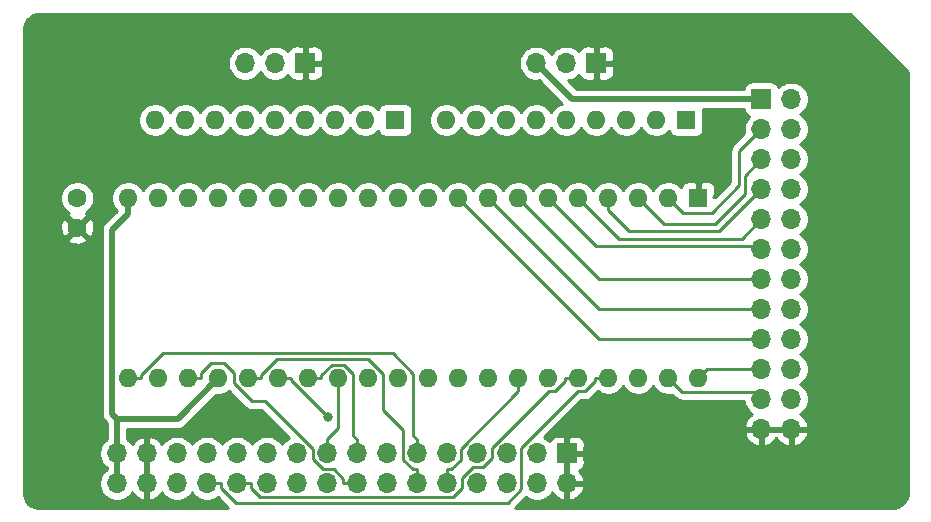
<source format=gbr>
%TF.GenerationSoftware,KiCad,Pcbnew,(5.1.12-1-10_14)*%
%TF.CreationDate,2022-01-05T14:26:23+01:00*%
%TF.ProjectId,viaduct,76696164-7563-4742-9e6b-696361645f70,rev?*%
%TF.SameCoordinates,Original*%
%TF.FileFunction,Copper,L2,Bot*%
%TF.FilePolarity,Positive*%
%FSLAX46Y46*%
G04 Gerber Fmt 4.6, Leading zero omitted, Abs format (unit mm)*
G04 Created by KiCad (PCBNEW (5.1.12-1-10_14)) date 2022-01-05 14:26:23*
%MOMM*%
%LPD*%
G01*
G04 APERTURE LIST*
%TA.AperFunction,ComponentPad*%
%ADD10O,1.700000X1.700000*%
%TD*%
%TA.AperFunction,ComponentPad*%
%ADD11R,1.700000X1.700000*%
%TD*%
%TA.AperFunction,ComponentPad*%
%ADD12C,1.600000*%
%TD*%
%TA.AperFunction,ComponentPad*%
%ADD13O,1.600000X1.600000*%
%TD*%
%TA.AperFunction,ComponentPad*%
%ADD14R,1.600000X1.600000*%
%TD*%
%TA.AperFunction,ViaPad*%
%ADD15C,0.800000*%
%TD*%
%TA.AperFunction,Conductor*%
%ADD16C,0.500000*%
%TD*%
%TA.AperFunction,Conductor*%
%ADD17C,0.250000*%
%TD*%
%TA.AperFunction,Conductor*%
%ADD18C,0.254000*%
%TD*%
%TA.AperFunction,Conductor*%
%ADD19C,0.100000*%
%TD*%
G04 APERTURE END LIST*
D10*
%TO.P,J1,32*%
%TO.N,+5V*%
X119952000Y-132613000D03*
%TO.P,J1,31*%
X119952000Y-130073000D03*
%TO.P,J1,30*%
%TO.N,GND*%
X122492000Y-132613000D03*
%TO.P,J1,29*%
X122492000Y-130073000D03*
%TO.P,J1,28*%
%TO.N,/RS0*%
X125032000Y-132613000D03*
%TO.P,J1,27*%
%TO.N,/D0*%
X125032000Y-130073000D03*
%TO.P,J1,26*%
%TO.N,/RS1*%
X127572000Y-132613000D03*
%TO.P,J1,25*%
%TO.N,/D1*%
X127572000Y-130073000D03*
%TO.P,J1,24*%
%TO.N,/RS2*%
X130112000Y-132613000D03*
%TO.P,J1,23*%
%TO.N,/D2*%
X130112000Y-130073000D03*
%TO.P,J1,22*%
%TO.N,/RS3*%
X132652000Y-132613000D03*
%TO.P,J1,21*%
%TO.N,/D3*%
X132652000Y-130073000D03*
%TO.P,J1,20*%
%TO.N,Net-(J1-Pad20)*%
X135192000Y-132613000D03*
%TO.P,J1,19*%
%TO.N,/D4*%
X135192000Y-130073000D03*
%TO.P,J1,18*%
%TO.N,Net-(J1-Pad18)*%
X137732000Y-132613000D03*
%TO.P,J1,17*%
%TO.N,/D5*%
X137732000Y-130073000D03*
%TO.P,J1,16*%
%TO.N,~CS*%
X140272000Y-132613000D03*
%TO.P,J1,15*%
%TO.N,/D6*%
X140272000Y-130073000D03*
%TO.P,J1,14*%
%TO.N,R~W*%
X142812000Y-132613000D03*
%TO.P,J1,13*%
%TO.N,/D7*%
X142812000Y-130073000D03*
%TO.P,J1,12*%
%TO.N,CLK*%
X145352000Y-132613000D03*
%TO.P,J1,11*%
%TO.N,~IRQ*%
X145352000Y-130073000D03*
%TO.P,J1,10*%
%TO.N,~RES*%
X147892000Y-132613000D03*
%TO.P,J1,9*%
%TO.N,Net-(J1-Pad9)*%
X147892000Y-130073000D03*
%TO.P,J1,8*%
%TO.N,Net-(J1-Pad8)*%
X150432000Y-132613000D03*
%TO.P,J1,7*%
%TO.N,Net-(J1-Pad7)*%
X150432000Y-130073000D03*
%TO.P,J1,6*%
%TO.N,Net-(J1-Pad6)*%
X152972000Y-132613000D03*
%TO.P,J1,5*%
%TO.N,Net-(J1-Pad5)*%
X152972000Y-130073000D03*
%TO.P,J1,4*%
%TO.N,+5V*%
X155512000Y-132613000D03*
%TO.P,J1,3*%
X155512000Y-130073000D03*
%TO.P,J1,2*%
%TO.N,GND*%
X158052000Y-132613000D03*
D11*
%TO.P,J1,1*%
X158052000Y-130073000D03*
%TD*%
D10*
%TO.P,J2,24*%
%TO.N,GND*%
X177038000Y-128016000D03*
%TO.P,J2,23*%
X174498000Y-128016000D03*
%TO.P,J2,22*%
%TO.N,CB2*%
X177038000Y-125476000D03*
%TO.P,J2,21*%
%TO.N,CA2*%
X174498000Y-125476000D03*
%TO.P,J2,20*%
%TO.N,CB1*%
X177038000Y-122936000D03*
%TO.P,J2,19*%
%TO.N,CA1*%
X174498000Y-122936000D03*
%TO.P,J2,18*%
%TO.N,/PB7*%
X177038000Y-120396000D03*
%TO.P,J2,17*%
%TO.N,/PA7*%
X174498000Y-120396000D03*
%TO.P,J2,16*%
%TO.N,/PB6*%
X177038000Y-117856000D03*
%TO.P,J2,15*%
%TO.N,/PA6*%
X174498000Y-117856000D03*
%TO.P,J2,14*%
%TO.N,/PB5*%
X177038000Y-115316000D03*
%TO.P,J2,13*%
%TO.N,/PA5*%
X174498000Y-115316000D03*
%TO.P,J2,12*%
%TO.N,/PB4*%
X177038000Y-112776000D03*
%TO.P,J2,11*%
%TO.N,/PA4*%
X174498000Y-112776000D03*
%TO.P,J2,10*%
%TO.N,/PB3*%
X177038000Y-110236000D03*
%TO.P,J2,9*%
%TO.N,/PA3*%
X174498000Y-110236000D03*
%TO.P,J2,8*%
%TO.N,/PB2*%
X177038000Y-107696000D03*
%TO.P,J2,7*%
%TO.N,/PA2*%
X174498000Y-107696000D03*
%TO.P,J2,6*%
%TO.N,/PB1*%
X177038000Y-105156000D03*
%TO.P,J2,5*%
%TO.N,/PA1*%
X174498000Y-105156000D03*
%TO.P,J2,4*%
%TO.N,/PB0*%
X177038000Y-102616000D03*
%TO.P,J2,3*%
%TO.N,/PA0*%
X174498000Y-102616000D03*
%TO.P,J2,2*%
%TO.N,+5V*%
X177038000Y-100076000D03*
D11*
%TO.P,J2,1*%
X174498000Y-100076000D03*
%TD*%
D12*
%TO.P,C1,2*%
%TO.N,GND*%
X116586000Y-110958000D03*
%TO.P,C1,1*%
%TO.N,+5V*%
X116586000Y-108458000D03*
%TD*%
D10*
%TO.P,J4,3*%
%TO.N,+5V*%
X130810000Y-97028000D03*
%TO.P,J4,2*%
%TO.N,Net-(J4-Pad2)*%
X133350000Y-97028000D03*
D11*
%TO.P,J4,1*%
%TO.N,GND*%
X135890000Y-97028000D03*
%TD*%
D10*
%TO.P,J3,3*%
%TO.N,+5V*%
X155448000Y-97028000D03*
%TO.P,J3,2*%
%TO.N,Net-(J3-Pad2)*%
X157988000Y-97028000D03*
D11*
%TO.P,J3,1*%
%TO.N,GND*%
X160528000Y-97028000D03*
%TD*%
D13*
%TO.P,RN2,9*%
%TO.N,/PB7*%
X123190000Y-101854000D03*
%TO.P,RN2,8*%
%TO.N,/PB6*%
X125730000Y-101854000D03*
%TO.P,RN2,7*%
%TO.N,/PB5*%
X128270000Y-101854000D03*
%TO.P,RN2,6*%
%TO.N,/PB4*%
X130810000Y-101854000D03*
%TO.P,RN2,5*%
%TO.N,/PB3*%
X133350000Y-101854000D03*
%TO.P,RN2,4*%
%TO.N,/PB2*%
X135890000Y-101854000D03*
%TO.P,RN2,3*%
%TO.N,/PB1*%
X138430000Y-101854000D03*
%TO.P,RN2,2*%
%TO.N,/PB0*%
X140970000Y-101854000D03*
D14*
%TO.P,RN2,1*%
%TO.N,Net-(J4-Pad2)*%
X143510000Y-101854000D03*
%TD*%
D13*
%TO.P,RN1,9*%
%TO.N,/PA7*%
X147828000Y-101854000D03*
%TO.P,RN1,8*%
%TO.N,/PA6*%
X150368000Y-101854000D03*
%TO.P,RN1,7*%
%TO.N,/PA5*%
X152908000Y-101854000D03*
%TO.P,RN1,6*%
%TO.N,/PA4*%
X155448000Y-101854000D03*
%TO.P,RN1,5*%
%TO.N,/PA3*%
X157988000Y-101854000D03*
%TO.P,RN1,4*%
%TO.N,/PA2*%
X160528000Y-101854000D03*
%TO.P,RN1,3*%
%TO.N,/PA1*%
X163068000Y-101854000D03*
%TO.P,RN1,2*%
%TO.N,/PA0*%
X165608000Y-101854000D03*
D14*
%TO.P,RN1,1*%
%TO.N,Net-(J3-Pad2)*%
X168148000Y-101854000D03*
%TD*%
%TO.P,U1,1*%
%TO.N,GND*%
X169164000Y-108458000D03*
D13*
%TO.P,U1,21*%
%TO.N,~IRQ*%
X120904000Y-123698000D03*
%TO.P,U1,2*%
%TO.N,/PA0*%
X166624000Y-108458000D03*
%TO.P,U1,22*%
%TO.N,R~W*%
X123444000Y-123698000D03*
%TO.P,U1,3*%
%TO.N,/PA1*%
X164084000Y-108458000D03*
%TO.P,U1,23*%
%TO.N,~CS*%
X125984000Y-123698000D03*
%TO.P,U1,4*%
%TO.N,/PA2*%
X161544000Y-108458000D03*
%TO.P,U1,24*%
%TO.N,+5V*%
X128524000Y-123698000D03*
%TO.P,U1,5*%
%TO.N,/PA3*%
X159004000Y-108458000D03*
%TO.P,U1,25*%
%TO.N,CLK*%
X131064000Y-123698000D03*
%TO.P,U1,6*%
%TO.N,/PA4*%
X156464000Y-108458000D03*
%TO.P,U1,26*%
%TO.N,/D7*%
X133604000Y-123698000D03*
%TO.P,U1,7*%
%TO.N,/PA5*%
X153924000Y-108458000D03*
%TO.P,U1,27*%
%TO.N,/D6*%
X136144000Y-123698000D03*
%TO.P,U1,8*%
%TO.N,/PA6*%
X151384000Y-108458000D03*
%TO.P,U1,28*%
%TO.N,/D5*%
X138684000Y-123698000D03*
%TO.P,U1,9*%
%TO.N,/PA7*%
X148844000Y-108458000D03*
%TO.P,U1,29*%
%TO.N,/D4*%
X141224000Y-123698000D03*
%TO.P,U1,10*%
%TO.N,/PB0*%
X146304000Y-108458000D03*
%TO.P,U1,30*%
%TO.N,/D3*%
X143764000Y-123698000D03*
%TO.P,U1,11*%
%TO.N,/PB1*%
X143764000Y-108458000D03*
%TO.P,U1,31*%
%TO.N,/D2*%
X146304000Y-123698000D03*
%TO.P,U1,12*%
%TO.N,/PB2*%
X141224000Y-108458000D03*
%TO.P,U1,32*%
%TO.N,/D1*%
X148844000Y-123698000D03*
%TO.P,U1,13*%
%TO.N,/PB3*%
X138684000Y-108458000D03*
%TO.P,U1,33*%
%TO.N,/D0*%
X151384000Y-123698000D03*
%TO.P,U1,14*%
%TO.N,/PB4*%
X136144000Y-108458000D03*
%TO.P,U1,34*%
%TO.N,~RES*%
X153924000Y-123698000D03*
%TO.P,U1,15*%
%TO.N,/PB5*%
X133604000Y-108458000D03*
%TO.P,U1,35*%
%TO.N,/RS3*%
X156464000Y-123698000D03*
%TO.P,U1,16*%
%TO.N,/PB6*%
X131064000Y-108458000D03*
%TO.P,U1,36*%
%TO.N,/RS2*%
X159004000Y-123698000D03*
%TO.P,U1,17*%
%TO.N,/PB7*%
X128524000Y-108458000D03*
%TO.P,U1,37*%
%TO.N,/RS1*%
X161544000Y-123698000D03*
%TO.P,U1,18*%
%TO.N,CB1*%
X125984000Y-108458000D03*
%TO.P,U1,38*%
%TO.N,/RS0*%
X164084000Y-123698000D03*
%TO.P,U1,19*%
%TO.N,CB2*%
X123444000Y-108458000D03*
%TO.P,U1,39*%
%TO.N,CA2*%
X166624000Y-123698000D03*
%TO.P,U1,20*%
%TO.N,+5V*%
X120904000Y-108458000D03*
%TO.P,U1,40*%
%TO.N,CA1*%
X169164000Y-123698000D03*
%TD*%
D15*
%TO.N,GND*%
X175832000Y-97282000D03*
X116332000Y-95250000D03*
X116332000Y-131445000D03*
X182245000Y-113919000D03*
%TO.N,/D7*%
X137851500Y-127000200D03*
%TD*%
D16*
%TO.N,+5V*%
X155448000Y-97028000D02*
X158496000Y-100076000D01*
X158496000Y-100076000D02*
X174498000Y-100076000D01*
X119952000Y-127129100D02*
X119534800Y-126711900D01*
X119534800Y-126711900D02*
X119534800Y-111177500D01*
X119534800Y-111177500D02*
X120904000Y-109808300D01*
X128524000Y-123698000D02*
X125092900Y-127129100D01*
X125092900Y-127129100D02*
X119952000Y-127129100D01*
X119952000Y-127129100D02*
X119952000Y-128672700D01*
X119952000Y-130073000D02*
X119952000Y-128672700D01*
X120904000Y-108458000D02*
X120904000Y-109808300D01*
X119952000Y-130073000D02*
X119952000Y-132613000D01*
D17*
%TO.N,~RES*%
X147892000Y-132613000D02*
X147892000Y-131437700D01*
X153924000Y-123698000D02*
X153924000Y-124823300D01*
X153924000Y-124823300D02*
X149067300Y-129680000D01*
X149067300Y-129680000D02*
X149067300Y-130629800D01*
X149067300Y-130629800D02*
X148259400Y-131437700D01*
X148259400Y-131437700D02*
X147892000Y-131437700D01*
%TO.N,~IRQ*%
X145352000Y-130073000D02*
X145352000Y-128897700D01*
X120904000Y-123698000D02*
X122029300Y-123698000D01*
X122029300Y-123698000D02*
X122029300Y-123416700D01*
X122029300Y-123416700D02*
X123834300Y-121611700D01*
X123834300Y-121611700D02*
X143304000Y-121611700D01*
X143304000Y-121611700D02*
X145034000Y-123341700D01*
X145034000Y-123341700D02*
X145034000Y-128579700D01*
X145034000Y-128579700D02*
X145352000Y-128897700D01*
%TO.N,CLK*%
X145352000Y-132613000D02*
X145352000Y-131437700D01*
X131064000Y-123698000D02*
X132189300Y-123698000D01*
X132189300Y-123698000D02*
X132189300Y-123416700D01*
X132189300Y-123416700D02*
X133527400Y-122078600D01*
X133527400Y-122078600D02*
X141197900Y-122078600D01*
X141197900Y-122078600D02*
X142494000Y-123374700D01*
X142494000Y-123374700D02*
X142494000Y-126417100D01*
X142494000Y-126417100D02*
X144176700Y-128099800D01*
X144176700Y-128099800D02*
X144176700Y-130629800D01*
X144176700Y-130629800D02*
X144984600Y-131437700D01*
X144984600Y-131437700D02*
X145352000Y-131437700D01*
%TO.N,/D7*%
X133604000Y-123698000D02*
X134729300Y-123698000D01*
X134729300Y-123698000D02*
X134729300Y-123878000D01*
X134729300Y-123878000D02*
X137851500Y-127000200D01*
%TO.N,/D6*%
X140272000Y-130073000D02*
X140272000Y-128897700D01*
X136144000Y-123698000D02*
X137269300Y-123698000D01*
X137269300Y-123698000D02*
X137269300Y-123416700D01*
X137269300Y-123416700D02*
X138128000Y-122558000D01*
X138128000Y-122558000D02*
X139141800Y-122558000D01*
X139141800Y-122558000D02*
X139954000Y-123370200D01*
X139954000Y-123370200D02*
X139954000Y-128579700D01*
X139954000Y-128579700D02*
X140272000Y-128897700D01*
%TO.N,~CS*%
X140272000Y-132613000D02*
X139096700Y-132613000D01*
X125984000Y-123698000D02*
X127109300Y-123698000D01*
X127109300Y-123698000D02*
X127109300Y-123276000D01*
X127109300Y-123276000D02*
X127922100Y-122463200D01*
X127922100Y-122463200D02*
X129023700Y-122463200D01*
X129023700Y-122463200D02*
X129864700Y-123304200D01*
X129864700Y-123304200D02*
X129864700Y-124149100D01*
X129864700Y-124149100D02*
X131398100Y-125682500D01*
X131398100Y-125682500D02*
X132503700Y-125682500D01*
X132503700Y-125682500D02*
X136556600Y-129735400D01*
X136556600Y-129735400D02*
X136556600Y-130587600D01*
X136556600Y-130587600D02*
X137406700Y-131437700D01*
X137406700Y-131437700D02*
X138288800Y-131437700D01*
X138288800Y-131437700D02*
X139096700Y-132245600D01*
X139096700Y-132245600D02*
X139096700Y-132613000D01*
%TO.N,/D5*%
X137732000Y-130073000D02*
X137732000Y-128897700D01*
X138684000Y-123698000D02*
X138684000Y-127945700D01*
X138684000Y-127945700D02*
X137732000Y-128897700D01*
%TO.N,/RS2*%
X130112000Y-132613000D02*
X131287300Y-132613000D01*
X159004000Y-123698000D02*
X157878700Y-123698000D01*
X157878700Y-123698000D02*
X157878700Y-123979400D01*
X157878700Y-123979400D02*
X157034800Y-124823300D01*
X157034800Y-124823300D02*
X156489600Y-124823300D01*
X156489600Y-124823300D02*
X151702000Y-129610900D01*
X151702000Y-129610900D02*
X151702000Y-130504000D01*
X151702000Y-130504000D02*
X150957600Y-131248400D01*
X150957600Y-131248400D02*
X150112400Y-131248400D01*
X150112400Y-131248400D02*
X149195400Y-132165400D01*
X149195400Y-132165400D02*
X149195400Y-133029600D01*
X149195400Y-133029600D02*
X148436700Y-133788300D01*
X148436700Y-133788300D02*
X132095200Y-133788300D01*
X132095200Y-133788300D02*
X131287300Y-132980400D01*
X131287300Y-132980400D02*
X131287300Y-132613000D01*
%TO.N,/RS1*%
X127572000Y-132613000D02*
X128747300Y-132613000D01*
X161544000Y-123698000D02*
X160418700Y-123698000D01*
X160418700Y-123698000D02*
X160418700Y-123979400D01*
X160418700Y-123979400D02*
X159574800Y-124823300D01*
X159574800Y-124823300D02*
X158955100Y-124823300D01*
X158955100Y-124823300D02*
X154171300Y-129607100D01*
X154171300Y-129607100D02*
X154171300Y-133106500D01*
X154171300Y-133106500D02*
X153029200Y-134248600D01*
X153029200Y-134248600D02*
X130015600Y-134248600D01*
X130015600Y-134248600D02*
X128747300Y-132980300D01*
X128747300Y-132980300D02*
X128747300Y-132613000D01*
%TO.N,/PA7*%
X148844000Y-108458000D02*
X160782000Y-120396000D01*
X160782000Y-120396000D02*
X174498000Y-120396000D01*
%TO.N,/PA6*%
X151384000Y-108458000D02*
X160782000Y-117856000D01*
X160782000Y-117856000D02*
X174498000Y-117856000D01*
%TO.N,/PA5*%
X153924000Y-108458000D02*
X160782000Y-115316000D01*
X160782000Y-115316000D02*
X174498000Y-115316000D01*
%TO.N,/PA4*%
X156464000Y-108458000D02*
X160528000Y-112522000D01*
X160528000Y-112522000D02*
X174244000Y-112522000D01*
X174244000Y-112522000D02*
X174498000Y-112776000D01*
%TO.N,/PA3*%
X159004000Y-108458000D02*
X162433000Y-111887000D01*
X162433000Y-111887000D02*
X172847000Y-111887000D01*
X172847000Y-111887000D02*
X174498000Y-110236000D01*
%TO.N,/PA2*%
X161544000Y-108458000D02*
X161544000Y-109474000D01*
X161544000Y-109474000D02*
X163322000Y-111252000D01*
X163322000Y-111252000D02*
X170942000Y-111252000D01*
X170942000Y-111252000D02*
X174498000Y-107696000D01*
%TO.N,/PA1*%
X164084000Y-108458000D02*
X166243000Y-110617000D01*
X166243000Y-110617000D02*
X170561000Y-110617000D01*
X170561000Y-110617000D02*
X173101000Y-108077000D01*
X173101000Y-108077000D02*
X173101000Y-106553000D01*
X173101000Y-106553000D02*
X174498000Y-105156000D01*
%TO.N,/PA0*%
X166624000Y-108458000D02*
X167894000Y-109728000D01*
X167894000Y-109728000D02*
X170307000Y-109728000D01*
X170307000Y-109728000D02*
X172651000Y-107384000D01*
X172651000Y-107384000D02*
X172651000Y-104463000D01*
X172651000Y-104463000D02*
X174498000Y-102616000D01*
%TO.N,CA2*%
X166624000Y-123698000D02*
X167767000Y-124841000D01*
X167767000Y-124841000D02*
X173863000Y-124841000D01*
X173863000Y-124841000D02*
X174498000Y-125476000D01*
%TO.N,CA1*%
X169164000Y-123698000D02*
X169926000Y-122936000D01*
X169926000Y-122936000D02*
X174498000Y-122936000D01*
%TD*%
D18*
%TO.N,GND*%
X113377353Y-92887000D02*
X181996620Y-92887000D01*
X186894000Y-97784381D01*
X186894001Y-133383647D01*
X186903289Y-133477951D01*
X186889766Y-133615876D01*
X186812551Y-133871624D01*
X186687131Y-134107504D01*
X186518289Y-134314525D01*
X186312446Y-134484813D01*
X186077444Y-134611879D01*
X185822240Y-134690877D01*
X185675291Y-134706322D01*
X185580647Y-134697000D01*
X153655601Y-134697000D01*
X154577812Y-133774790D01*
X154808589Y-133928990D01*
X155078842Y-134040932D01*
X155365740Y-134098000D01*
X155658260Y-134098000D01*
X155945158Y-134040932D01*
X156215411Y-133928990D01*
X156458632Y-133766475D01*
X156665475Y-133559632D01*
X156787195Y-133377466D01*
X156856822Y-133494355D01*
X157051731Y-133710588D01*
X157285080Y-133884641D01*
X157547901Y-134009825D01*
X157695110Y-134054476D01*
X157925000Y-133933155D01*
X157925000Y-132740000D01*
X158179000Y-132740000D01*
X158179000Y-133933155D01*
X158408890Y-134054476D01*
X158556099Y-134009825D01*
X158818920Y-133884641D01*
X159052269Y-133710588D01*
X159247178Y-133494355D01*
X159396157Y-133244252D01*
X159493481Y-132969891D01*
X159372814Y-132740000D01*
X158179000Y-132740000D01*
X157925000Y-132740000D01*
X157905000Y-132740000D01*
X157905000Y-132486000D01*
X157925000Y-132486000D01*
X157925000Y-130200000D01*
X158179000Y-130200000D01*
X158179000Y-132486000D01*
X159372814Y-132486000D01*
X159493481Y-132256109D01*
X159396157Y-131981748D01*
X159247178Y-131731645D01*
X159070374Y-131535498D01*
X159146180Y-131512502D01*
X159256494Y-131453537D01*
X159353185Y-131374185D01*
X159432537Y-131277494D01*
X159491502Y-131167180D01*
X159527812Y-131047482D01*
X159540072Y-130923000D01*
X159537000Y-130358750D01*
X159378250Y-130200000D01*
X158179000Y-130200000D01*
X157925000Y-130200000D01*
X157905000Y-130200000D01*
X157905000Y-129946000D01*
X157925000Y-129946000D01*
X157925000Y-128746750D01*
X158179000Y-128746750D01*
X158179000Y-129946000D01*
X159378250Y-129946000D01*
X159537000Y-129787250D01*
X159540072Y-129223000D01*
X159527812Y-129098518D01*
X159491502Y-128978820D01*
X159432537Y-128868506D01*
X159353185Y-128771815D01*
X159256494Y-128692463D01*
X159146180Y-128633498D01*
X159026482Y-128597188D01*
X158902000Y-128584928D01*
X158337750Y-128588000D01*
X158179000Y-128746750D01*
X157925000Y-128746750D01*
X157766250Y-128588000D01*
X157202000Y-128584928D01*
X157077518Y-128597188D01*
X156957820Y-128633498D01*
X156847506Y-128692463D01*
X156750815Y-128771815D01*
X156671463Y-128868506D01*
X156612498Y-128978820D01*
X156590487Y-129051380D01*
X156458632Y-128919525D01*
X156215411Y-128757010D01*
X156131110Y-128722091D01*
X156480311Y-128372890D01*
X173056524Y-128372890D01*
X173101175Y-128520099D01*
X173226359Y-128782920D01*
X173400412Y-129016269D01*
X173616645Y-129211178D01*
X173866748Y-129360157D01*
X174141109Y-129457481D01*
X174371000Y-129336814D01*
X174371000Y-128143000D01*
X174625000Y-128143000D01*
X174625000Y-129336814D01*
X174854891Y-129457481D01*
X175129252Y-129360157D01*
X175379355Y-129211178D01*
X175595588Y-129016269D01*
X175768000Y-128785120D01*
X175940412Y-129016269D01*
X176156645Y-129211178D01*
X176406748Y-129360157D01*
X176681109Y-129457481D01*
X176911000Y-129336814D01*
X176911000Y-128143000D01*
X177165000Y-128143000D01*
X177165000Y-129336814D01*
X177394891Y-129457481D01*
X177669252Y-129360157D01*
X177919355Y-129211178D01*
X178135588Y-129016269D01*
X178309641Y-128782920D01*
X178434825Y-128520099D01*
X178479476Y-128372890D01*
X178358155Y-128143000D01*
X177165000Y-128143000D01*
X176911000Y-128143000D01*
X174625000Y-128143000D01*
X174371000Y-128143000D01*
X173177845Y-128143000D01*
X173056524Y-128372890D01*
X156480311Y-128372890D01*
X159269902Y-125583300D01*
X159537478Y-125583300D01*
X159574800Y-125586976D01*
X159612122Y-125583300D01*
X159612133Y-125583300D01*
X159723786Y-125572303D01*
X159867047Y-125528846D01*
X159999076Y-125458274D01*
X160114801Y-125363301D01*
X160138603Y-125334298D01*
X160647838Y-124825063D01*
X160864273Y-124969680D01*
X161125426Y-125077853D01*
X161402665Y-125133000D01*
X161685335Y-125133000D01*
X161962574Y-125077853D01*
X162223727Y-124969680D01*
X162458759Y-124812637D01*
X162658637Y-124612759D01*
X162814000Y-124380241D01*
X162969363Y-124612759D01*
X163169241Y-124812637D01*
X163404273Y-124969680D01*
X163665426Y-125077853D01*
X163942665Y-125133000D01*
X164225335Y-125133000D01*
X164502574Y-125077853D01*
X164763727Y-124969680D01*
X164998759Y-124812637D01*
X165198637Y-124612759D01*
X165354000Y-124380241D01*
X165509363Y-124612759D01*
X165709241Y-124812637D01*
X165944273Y-124969680D01*
X166205426Y-125077853D01*
X166482665Y-125133000D01*
X166765335Y-125133000D01*
X166947886Y-125096688D01*
X167203200Y-125352002D01*
X167226999Y-125381001D01*
X167255997Y-125404799D01*
X167342723Y-125475974D01*
X167441639Y-125528846D01*
X167474753Y-125546546D01*
X167618014Y-125590003D01*
X167729667Y-125601000D01*
X167729676Y-125601000D01*
X167766999Y-125604676D01*
X167804322Y-125601000D01*
X173013000Y-125601000D01*
X173013000Y-125622260D01*
X173070068Y-125909158D01*
X173182010Y-126179411D01*
X173344525Y-126422632D01*
X173551368Y-126629475D01*
X173733534Y-126751195D01*
X173616645Y-126820822D01*
X173400412Y-127015731D01*
X173226359Y-127249080D01*
X173101175Y-127511901D01*
X173056524Y-127659110D01*
X173177845Y-127889000D01*
X174371000Y-127889000D01*
X174371000Y-127869000D01*
X174625000Y-127869000D01*
X174625000Y-127889000D01*
X176911000Y-127889000D01*
X176911000Y-127869000D01*
X177165000Y-127869000D01*
X177165000Y-127889000D01*
X178358155Y-127889000D01*
X178479476Y-127659110D01*
X178434825Y-127511901D01*
X178309641Y-127249080D01*
X178135588Y-127015731D01*
X177919355Y-126820822D01*
X177802466Y-126751195D01*
X177984632Y-126629475D01*
X178191475Y-126422632D01*
X178353990Y-126179411D01*
X178465932Y-125909158D01*
X178523000Y-125622260D01*
X178523000Y-125329740D01*
X178465932Y-125042842D01*
X178353990Y-124772589D01*
X178191475Y-124529368D01*
X177984632Y-124322525D01*
X177810240Y-124206000D01*
X177984632Y-124089475D01*
X178191475Y-123882632D01*
X178353990Y-123639411D01*
X178465932Y-123369158D01*
X178523000Y-123082260D01*
X178523000Y-122789740D01*
X178465932Y-122502842D01*
X178353990Y-122232589D01*
X178191475Y-121989368D01*
X177984632Y-121782525D01*
X177810240Y-121666000D01*
X177984632Y-121549475D01*
X178191475Y-121342632D01*
X178353990Y-121099411D01*
X178465932Y-120829158D01*
X178523000Y-120542260D01*
X178523000Y-120249740D01*
X178465932Y-119962842D01*
X178353990Y-119692589D01*
X178191475Y-119449368D01*
X177984632Y-119242525D01*
X177810240Y-119126000D01*
X177984632Y-119009475D01*
X178191475Y-118802632D01*
X178353990Y-118559411D01*
X178465932Y-118289158D01*
X178523000Y-118002260D01*
X178523000Y-117709740D01*
X178465932Y-117422842D01*
X178353990Y-117152589D01*
X178191475Y-116909368D01*
X177984632Y-116702525D01*
X177810240Y-116586000D01*
X177984632Y-116469475D01*
X178191475Y-116262632D01*
X178353990Y-116019411D01*
X178465932Y-115749158D01*
X178523000Y-115462260D01*
X178523000Y-115169740D01*
X178465932Y-114882842D01*
X178353990Y-114612589D01*
X178191475Y-114369368D01*
X177984632Y-114162525D01*
X177810240Y-114046000D01*
X177984632Y-113929475D01*
X178191475Y-113722632D01*
X178353990Y-113479411D01*
X178465932Y-113209158D01*
X178523000Y-112922260D01*
X178523000Y-112629740D01*
X178465932Y-112342842D01*
X178353990Y-112072589D01*
X178191475Y-111829368D01*
X177984632Y-111622525D01*
X177810240Y-111506000D01*
X177984632Y-111389475D01*
X178191475Y-111182632D01*
X178353990Y-110939411D01*
X178465932Y-110669158D01*
X178523000Y-110382260D01*
X178523000Y-110089740D01*
X178465932Y-109802842D01*
X178353990Y-109532589D01*
X178191475Y-109289368D01*
X177984632Y-109082525D01*
X177810240Y-108966000D01*
X177984632Y-108849475D01*
X178191475Y-108642632D01*
X178353990Y-108399411D01*
X178465932Y-108129158D01*
X178523000Y-107842260D01*
X178523000Y-107549740D01*
X178465932Y-107262842D01*
X178353990Y-106992589D01*
X178191475Y-106749368D01*
X177984632Y-106542525D01*
X177810240Y-106426000D01*
X177984632Y-106309475D01*
X178191475Y-106102632D01*
X178353990Y-105859411D01*
X178465932Y-105589158D01*
X178523000Y-105302260D01*
X178523000Y-105009740D01*
X178465932Y-104722842D01*
X178353990Y-104452589D01*
X178191475Y-104209368D01*
X177984632Y-104002525D01*
X177810240Y-103886000D01*
X177984632Y-103769475D01*
X178191475Y-103562632D01*
X178353990Y-103319411D01*
X178465932Y-103049158D01*
X178523000Y-102762260D01*
X178523000Y-102469740D01*
X178465932Y-102182842D01*
X178353990Y-101912589D01*
X178191475Y-101669368D01*
X177984632Y-101462525D01*
X177810240Y-101346000D01*
X177984632Y-101229475D01*
X178191475Y-101022632D01*
X178353990Y-100779411D01*
X178465932Y-100509158D01*
X178523000Y-100222260D01*
X178523000Y-99929740D01*
X178465932Y-99642842D01*
X178353990Y-99372589D01*
X178191475Y-99129368D01*
X177984632Y-98922525D01*
X177741411Y-98760010D01*
X177471158Y-98648068D01*
X177184260Y-98591000D01*
X176891740Y-98591000D01*
X176604842Y-98648068D01*
X176334589Y-98760010D01*
X176091368Y-98922525D01*
X175959513Y-99054380D01*
X175937502Y-98981820D01*
X175878537Y-98871506D01*
X175799185Y-98774815D01*
X175702494Y-98695463D01*
X175592180Y-98636498D01*
X175472482Y-98600188D01*
X175348000Y-98587928D01*
X173648000Y-98587928D01*
X173523518Y-98600188D01*
X173403820Y-98636498D01*
X173293506Y-98695463D01*
X173196815Y-98774815D01*
X173117463Y-98871506D01*
X173058498Y-98981820D01*
X173022188Y-99101518D01*
X173013375Y-99191000D01*
X158862579Y-99191000D01*
X158176230Y-98504652D01*
X158421158Y-98455932D01*
X158691411Y-98343990D01*
X158934632Y-98181475D01*
X159066487Y-98049620D01*
X159088498Y-98122180D01*
X159147463Y-98232494D01*
X159226815Y-98329185D01*
X159323506Y-98408537D01*
X159433820Y-98467502D01*
X159553518Y-98503812D01*
X159678000Y-98516072D01*
X160242250Y-98513000D01*
X160401000Y-98354250D01*
X160401000Y-97155000D01*
X160655000Y-97155000D01*
X160655000Y-98354250D01*
X160813750Y-98513000D01*
X161378000Y-98516072D01*
X161502482Y-98503812D01*
X161622180Y-98467502D01*
X161732494Y-98408537D01*
X161829185Y-98329185D01*
X161908537Y-98232494D01*
X161967502Y-98122180D01*
X162003812Y-98002482D01*
X162016072Y-97878000D01*
X162013000Y-97313750D01*
X161854250Y-97155000D01*
X160655000Y-97155000D01*
X160401000Y-97155000D01*
X160381000Y-97155000D01*
X160381000Y-96901000D01*
X160401000Y-96901000D01*
X160401000Y-95701750D01*
X160655000Y-95701750D01*
X160655000Y-96901000D01*
X161854250Y-96901000D01*
X162013000Y-96742250D01*
X162016072Y-96178000D01*
X162003812Y-96053518D01*
X161967502Y-95933820D01*
X161908537Y-95823506D01*
X161829185Y-95726815D01*
X161732494Y-95647463D01*
X161622180Y-95588498D01*
X161502482Y-95552188D01*
X161378000Y-95539928D01*
X160813750Y-95543000D01*
X160655000Y-95701750D01*
X160401000Y-95701750D01*
X160242250Y-95543000D01*
X159678000Y-95539928D01*
X159553518Y-95552188D01*
X159433820Y-95588498D01*
X159323506Y-95647463D01*
X159226815Y-95726815D01*
X159147463Y-95823506D01*
X159088498Y-95933820D01*
X159066487Y-96006380D01*
X158934632Y-95874525D01*
X158691411Y-95712010D01*
X158421158Y-95600068D01*
X158134260Y-95543000D01*
X157841740Y-95543000D01*
X157554842Y-95600068D01*
X157284589Y-95712010D01*
X157041368Y-95874525D01*
X156834525Y-96081368D01*
X156718000Y-96255760D01*
X156601475Y-96081368D01*
X156394632Y-95874525D01*
X156151411Y-95712010D01*
X155881158Y-95600068D01*
X155594260Y-95543000D01*
X155301740Y-95543000D01*
X155014842Y-95600068D01*
X154744589Y-95712010D01*
X154501368Y-95874525D01*
X154294525Y-96081368D01*
X154132010Y-96324589D01*
X154020068Y-96594842D01*
X153963000Y-96881740D01*
X153963000Y-97174260D01*
X154020068Y-97461158D01*
X154132010Y-97731411D01*
X154294525Y-97974632D01*
X154501368Y-98181475D01*
X154744589Y-98343990D01*
X155014842Y-98455932D01*
X155301740Y-98513000D01*
X155594260Y-98513000D01*
X155666961Y-98498539D01*
X157630433Y-100462012D01*
X157569426Y-100474147D01*
X157308273Y-100582320D01*
X157073241Y-100739363D01*
X156873363Y-100939241D01*
X156718000Y-101171759D01*
X156562637Y-100939241D01*
X156362759Y-100739363D01*
X156127727Y-100582320D01*
X155866574Y-100474147D01*
X155589335Y-100419000D01*
X155306665Y-100419000D01*
X155029426Y-100474147D01*
X154768273Y-100582320D01*
X154533241Y-100739363D01*
X154333363Y-100939241D01*
X154178000Y-101171759D01*
X154022637Y-100939241D01*
X153822759Y-100739363D01*
X153587727Y-100582320D01*
X153326574Y-100474147D01*
X153049335Y-100419000D01*
X152766665Y-100419000D01*
X152489426Y-100474147D01*
X152228273Y-100582320D01*
X151993241Y-100739363D01*
X151793363Y-100939241D01*
X151638000Y-101171759D01*
X151482637Y-100939241D01*
X151282759Y-100739363D01*
X151047727Y-100582320D01*
X150786574Y-100474147D01*
X150509335Y-100419000D01*
X150226665Y-100419000D01*
X149949426Y-100474147D01*
X149688273Y-100582320D01*
X149453241Y-100739363D01*
X149253363Y-100939241D01*
X149098000Y-101171759D01*
X148942637Y-100939241D01*
X148742759Y-100739363D01*
X148507727Y-100582320D01*
X148246574Y-100474147D01*
X147969335Y-100419000D01*
X147686665Y-100419000D01*
X147409426Y-100474147D01*
X147148273Y-100582320D01*
X146913241Y-100739363D01*
X146713363Y-100939241D01*
X146556320Y-101174273D01*
X146448147Y-101435426D01*
X146393000Y-101712665D01*
X146393000Y-101995335D01*
X146448147Y-102272574D01*
X146556320Y-102533727D01*
X146713363Y-102768759D01*
X146913241Y-102968637D01*
X147148273Y-103125680D01*
X147409426Y-103233853D01*
X147686665Y-103289000D01*
X147969335Y-103289000D01*
X148246574Y-103233853D01*
X148507727Y-103125680D01*
X148742759Y-102968637D01*
X148942637Y-102768759D01*
X149098000Y-102536241D01*
X149253363Y-102768759D01*
X149453241Y-102968637D01*
X149688273Y-103125680D01*
X149949426Y-103233853D01*
X150226665Y-103289000D01*
X150509335Y-103289000D01*
X150786574Y-103233853D01*
X151047727Y-103125680D01*
X151282759Y-102968637D01*
X151482637Y-102768759D01*
X151638000Y-102536241D01*
X151793363Y-102768759D01*
X151993241Y-102968637D01*
X152228273Y-103125680D01*
X152489426Y-103233853D01*
X152766665Y-103289000D01*
X153049335Y-103289000D01*
X153326574Y-103233853D01*
X153587727Y-103125680D01*
X153822759Y-102968637D01*
X154022637Y-102768759D01*
X154178000Y-102536241D01*
X154333363Y-102768759D01*
X154533241Y-102968637D01*
X154768273Y-103125680D01*
X155029426Y-103233853D01*
X155306665Y-103289000D01*
X155589335Y-103289000D01*
X155866574Y-103233853D01*
X156127727Y-103125680D01*
X156362759Y-102968637D01*
X156562637Y-102768759D01*
X156718000Y-102536241D01*
X156873363Y-102768759D01*
X157073241Y-102968637D01*
X157308273Y-103125680D01*
X157569426Y-103233853D01*
X157846665Y-103289000D01*
X158129335Y-103289000D01*
X158406574Y-103233853D01*
X158667727Y-103125680D01*
X158902759Y-102968637D01*
X159102637Y-102768759D01*
X159258000Y-102536241D01*
X159413363Y-102768759D01*
X159613241Y-102968637D01*
X159848273Y-103125680D01*
X160109426Y-103233853D01*
X160386665Y-103289000D01*
X160669335Y-103289000D01*
X160946574Y-103233853D01*
X161207727Y-103125680D01*
X161442759Y-102968637D01*
X161642637Y-102768759D01*
X161798000Y-102536241D01*
X161953363Y-102768759D01*
X162153241Y-102968637D01*
X162388273Y-103125680D01*
X162649426Y-103233853D01*
X162926665Y-103289000D01*
X163209335Y-103289000D01*
X163486574Y-103233853D01*
X163747727Y-103125680D01*
X163982759Y-102968637D01*
X164182637Y-102768759D01*
X164338000Y-102536241D01*
X164493363Y-102768759D01*
X164693241Y-102968637D01*
X164928273Y-103125680D01*
X165189426Y-103233853D01*
X165466665Y-103289000D01*
X165749335Y-103289000D01*
X166026574Y-103233853D01*
X166287727Y-103125680D01*
X166522759Y-102968637D01*
X166721357Y-102770039D01*
X166722188Y-102778482D01*
X166758498Y-102898180D01*
X166817463Y-103008494D01*
X166896815Y-103105185D01*
X166993506Y-103184537D01*
X167103820Y-103243502D01*
X167223518Y-103279812D01*
X167348000Y-103292072D01*
X168948000Y-103292072D01*
X169072482Y-103279812D01*
X169192180Y-103243502D01*
X169302494Y-103184537D01*
X169399185Y-103105185D01*
X169478537Y-103008494D01*
X169537502Y-102898180D01*
X169573812Y-102778482D01*
X169586072Y-102654000D01*
X169586072Y-101054000D01*
X169576913Y-100961000D01*
X173013375Y-100961000D01*
X173022188Y-101050482D01*
X173058498Y-101170180D01*
X173117463Y-101280494D01*
X173196815Y-101377185D01*
X173293506Y-101456537D01*
X173403820Y-101515502D01*
X173476380Y-101537513D01*
X173344525Y-101669368D01*
X173182010Y-101912589D01*
X173070068Y-102182842D01*
X173013000Y-102469740D01*
X173013000Y-102762260D01*
X173056790Y-102982408D01*
X172139998Y-103899201D01*
X172111000Y-103922999D01*
X172087202Y-103951997D01*
X172087201Y-103951998D01*
X172016026Y-104038724D01*
X171945454Y-104170754D01*
X171901998Y-104314015D01*
X171887324Y-104463000D01*
X171891001Y-104500332D01*
X171891000Y-107069198D01*
X170599000Y-108361199D01*
X170599000Y-108330998D01*
X170440252Y-108330998D01*
X170599000Y-108172250D01*
X170602072Y-107658000D01*
X170589812Y-107533518D01*
X170553502Y-107413820D01*
X170494537Y-107303506D01*
X170415185Y-107206815D01*
X170318494Y-107127463D01*
X170208180Y-107068498D01*
X170088482Y-107032188D01*
X169964000Y-107019928D01*
X169449750Y-107023000D01*
X169291000Y-107181750D01*
X169291000Y-108331000D01*
X169311000Y-108331000D01*
X169311000Y-108585000D01*
X169291000Y-108585000D01*
X169291000Y-108605000D01*
X169037000Y-108605000D01*
X169037000Y-108585000D01*
X169017000Y-108585000D01*
X169017000Y-108331000D01*
X169037000Y-108331000D01*
X169037000Y-107181750D01*
X168878250Y-107023000D01*
X168364000Y-107019928D01*
X168239518Y-107032188D01*
X168119820Y-107068498D01*
X168009506Y-107127463D01*
X167912815Y-107206815D01*
X167833463Y-107303506D01*
X167774498Y-107413820D01*
X167738188Y-107533518D01*
X167737357Y-107541961D01*
X167538759Y-107343363D01*
X167303727Y-107186320D01*
X167042574Y-107078147D01*
X166765335Y-107023000D01*
X166482665Y-107023000D01*
X166205426Y-107078147D01*
X165944273Y-107186320D01*
X165709241Y-107343363D01*
X165509363Y-107543241D01*
X165354000Y-107775759D01*
X165198637Y-107543241D01*
X164998759Y-107343363D01*
X164763727Y-107186320D01*
X164502574Y-107078147D01*
X164225335Y-107023000D01*
X163942665Y-107023000D01*
X163665426Y-107078147D01*
X163404273Y-107186320D01*
X163169241Y-107343363D01*
X162969363Y-107543241D01*
X162814000Y-107775759D01*
X162658637Y-107543241D01*
X162458759Y-107343363D01*
X162223727Y-107186320D01*
X161962574Y-107078147D01*
X161685335Y-107023000D01*
X161402665Y-107023000D01*
X161125426Y-107078147D01*
X160864273Y-107186320D01*
X160629241Y-107343363D01*
X160429363Y-107543241D01*
X160274000Y-107775759D01*
X160118637Y-107543241D01*
X159918759Y-107343363D01*
X159683727Y-107186320D01*
X159422574Y-107078147D01*
X159145335Y-107023000D01*
X158862665Y-107023000D01*
X158585426Y-107078147D01*
X158324273Y-107186320D01*
X158089241Y-107343363D01*
X157889363Y-107543241D01*
X157734000Y-107775759D01*
X157578637Y-107543241D01*
X157378759Y-107343363D01*
X157143727Y-107186320D01*
X156882574Y-107078147D01*
X156605335Y-107023000D01*
X156322665Y-107023000D01*
X156045426Y-107078147D01*
X155784273Y-107186320D01*
X155549241Y-107343363D01*
X155349363Y-107543241D01*
X155194000Y-107775759D01*
X155038637Y-107543241D01*
X154838759Y-107343363D01*
X154603727Y-107186320D01*
X154342574Y-107078147D01*
X154065335Y-107023000D01*
X153782665Y-107023000D01*
X153505426Y-107078147D01*
X153244273Y-107186320D01*
X153009241Y-107343363D01*
X152809363Y-107543241D01*
X152654000Y-107775759D01*
X152498637Y-107543241D01*
X152298759Y-107343363D01*
X152063727Y-107186320D01*
X151802574Y-107078147D01*
X151525335Y-107023000D01*
X151242665Y-107023000D01*
X150965426Y-107078147D01*
X150704273Y-107186320D01*
X150469241Y-107343363D01*
X150269363Y-107543241D01*
X150114000Y-107775759D01*
X149958637Y-107543241D01*
X149758759Y-107343363D01*
X149523727Y-107186320D01*
X149262574Y-107078147D01*
X148985335Y-107023000D01*
X148702665Y-107023000D01*
X148425426Y-107078147D01*
X148164273Y-107186320D01*
X147929241Y-107343363D01*
X147729363Y-107543241D01*
X147574000Y-107775759D01*
X147418637Y-107543241D01*
X147218759Y-107343363D01*
X146983727Y-107186320D01*
X146722574Y-107078147D01*
X146445335Y-107023000D01*
X146162665Y-107023000D01*
X145885426Y-107078147D01*
X145624273Y-107186320D01*
X145389241Y-107343363D01*
X145189363Y-107543241D01*
X145034000Y-107775759D01*
X144878637Y-107543241D01*
X144678759Y-107343363D01*
X144443727Y-107186320D01*
X144182574Y-107078147D01*
X143905335Y-107023000D01*
X143622665Y-107023000D01*
X143345426Y-107078147D01*
X143084273Y-107186320D01*
X142849241Y-107343363D01*
X142649363Y-107543241D01*
X142494000Y-107775759D01*
X142338637Y-107543241D01*
X142138759Y-107343363D01*
X141903727Y-107186320D01*
X141642574Y-107078147D01*
X141365335Y-107023000D01*
X141082665Y-107023000D01*
X140805426Y-107078147D01*
X140544273Y-107186320D01*
X140309241Y-107343363D01*
X140109363Y-107543241D01*
X139954000Y-107775759D01*
X139798637Y-107543241D01*
X139598759Y-107343363D01*
X139363727Y-107186320D01*
X139102574Y-107078147D01*
X138825335Y-107023000D01*
X138542665Y-107023000D01*
X138265426Y-107078147D01*
X138004273Y-107186320D01*
X137769241Y-107343363D01*
X137569363Y-107543241D01*
X137414000Y-107775759D01*
X137258637Y-107543241D01*
X137058759Y-107343363D01*
X136823727Y-107186320D01*
X136562574Y-107078147D01*
X136285335Y-107023000D01*
X136002665Y-107023000D01*
X135725426Y-107078147D01*
X135464273Y-107186320D01*
X135229241Y-107343363D01*
X135029363Y-107543241D01*
X134874000Y-107775759D01*
X134718637Y-107543241D01*
X134518759Y-107343363D01*
X134283727Y-107186320D01*
X134022574Y-107078147D01*
X133745335Y-107023000D01*
X133462665Y-107023000D01*
X133185426Y-107078147D01*
X132924273Y-107186320D01*
X132689241Y-107343363D01*
X132489363Y-107543241D01*
X132334000Y-107775759D01*
X132178637Y-107543241D01*
X131978759Y-107343363D01*
X131743727Y-107186320D01*
X131482574Y-107078147D01*
X131205335Y-107023000D01*
X130922665Y-107023000D01*
X130645426Y-107078147D01*
X130384273Y-107186320D01*
X130149241Y-107343363D01*
X129949363Y-107543241D01*
X129794000Y-107775759D01*
X129638637Y-107543241D01*
X129438759Y-107343363D01*
X129203727Y-107186320D01*
X128942574Y-107078147D01*
X128665335Y-107023000D01*
X128382665Y-107023000D01*
X128105426Y-107078147D01*
X127844273Y-107186320D01*
X127609241Y-107343363D01*
X127409363Y-107543241D01*
X127254000Y-107775759D01*
X127098637Y-107543241D01*
X126898759Y-107343363D01*
X126663727Y-107186320D01*
X126402574Y-107078147D01*
X126125335Y-107023000D01*
X125842665Y-107023000D01*
X125565426Y-107078147D01*
X125304273Y-107186320D01*
X125069241Y-107343363D01*
X124869363Y-107543241D01*
X124714000Y-107775759D01*
X124558637Y-107543241D01*
X124358759Y-107343363D01*
X124123727Y-107186320D01*
X123862574Y-107078147D01*
X123585335Y-107023000D01*
X123302665Y-107023000D01*
X123025426Y-107078147D01*
X122764273Y-107186320D01*
X122529241Y-107343363D01*
X122329363Y-107543241D01*
X122174000Y-107775759D01*
X122018637Y-107543241D01*
X121818759Y-107343363D01*
X121583727Y-107186320D01*
X121322574Y-107078147D01*
X121045335Y-107023000D01*
X120762665Y-107023000D01*
X120485426Y-107078147D01*
X120224273Y-107186320D01*
X119989241Y-107343363D01*
X119789363Y-107543241D01*
X119632320Y-107778273D01*
X119524147Y-108039426D01*
X119469000Y-108316665D01*
X119469000Y-108599335D01*
X119524147Y-108876574D01*
X119632320Y-109137727D01*
X119789363Y-109372759D01*
X119938663Y-109522059D01*
X118939751Y-110520971D01*
X118905984Y-110548683D01*
X118878271Y-110582451D01*
X118878268Y-110582454D01*
X118795390Y-110683441D01*
X118713212Y-110837187D01*
X118662605Y-111004010D01*
X118645519Y-111177500D01*
X118649801Y-111220979D01*
X118649800Y-126668431D01*
X118645519Y-126711900D01*
X118649800Y-126755369D01*
X118649800Y-126755376D01*
X118662605Y-126885389D01*
X118713211Y-127052212D01*
X118795389Y-127205958D01*
X118905983Y-127340717D01*
X118939756Y-127368434D01*
X119067000Y-127495678D01*
X119067001Y-128629223D01*
X119067001Y-128878343D01*
X119005368Y-128919525D01*
X118798525Y-129126368D01*
X118636010Y-129369589D01*
X118524068Y-129639842D01*
X118467000Y-129926740D01*
X118467000Y-130219260D01*
X118524068Y-130506158D01*
X118636010Y-130776411D01*
X118798525Y-131019632D01*
X119005368Y-131226475D01*
X119067000Y-131267656D01*
X119067001Y-131418343D01*
X119005368Y-131459525D01*
X118798525Y-131666368D01*
X118636010Y-131909589D01*
X118524068Y-132179842D01*
X118467000Y-132466740D01*
X118467000Y-132759260D01*
X118524068Y-133046158D01*
X118636010Y-133316411D01*
X118798525Y-133559632D01*
X119005368Y-133766475D01*
X119248589Y-133928990D01*
X119518842Y-134040932D01*
X119805740Y-134098000D01*
X120098260Y-134098000D01*
X120385158Y-134040932D01*
X120655411Y-133928990D01*
X120898632Y-133766475D01*
X121105475Y-133559632D01*
X121227195Y-133377466D01*
X121296822Y-133494355D01*
X121491731Y-133710588D01*
X121725080Y-133884641D01*
X121987901Y-134009825D01*
X122135110Y-134054476D01*
X122365000Y-133933155D01*
X122365000Y-132740000D01*
X122345000Y-132740000D01*
X122345000Y-132486000D01*
X122365000Y-132486000D01*
X122365000Y-130200000D01*
X122345000Y-130200000D01*
X122345000Y-129946000D01*
X122365000Y-129946000D01*
X122365000Y-128752845D01*
X122135110Y-128631524D01*
X121987901Y-128676175D01*
X121725080Y-128801359D01*
X121491731Y-128975412D01*
X121296822Y-129191645D01*
X121227195Y-129308534D01*
X121105475Y-129126368D01*
X120898632Y-128919525D01*
X120837000Y-128878344D01*
X120837000Y-128014100D01*
X125049431Y-128014100D01*
X125092900Y-128018381D01*
X125136369Y-128014100D01*
X125136377Y-128014100D01*
X125266390Y-128001295D01*
X125433213Y-127950689D01*
X125586959Y-127868511D01*
X125721717Y-127757917D01*
X125749434Y-127724144D01*
X128347561Y-125126017D01*
X128382665Y-125133000D01*
X128665335Y-125133000D01*
X128942574Y-125077853D01*
X129203727Y-124969680D01*
X129438759Y-124812637D01*
X129446097Y-124805299D01*
X130834300Y-126193502D01*
X130858099Y-126222501D01*
X130887097Y-126246299D01*
X130973823Y-126317474D01*
X131075061Y-126371587D01*
X131105853Y-126388046D01*
X131249114Y-126431503D01*
X131360767Y-126442500D01*
X131360776Y-126442500D01*
X131398099Y-126446176D01*
X131435422Y-126442500D01*
X132188899Y-126442500D01*
X134499068Y-128752670D01*
X134488589Y-128757010D01*
X134245368Y-128919525D01*
X134038525Y-129126368D01*
X133922000Y-129300760D01*
X133805475Y-129126368D01*
X133598632Y-128919525D01*
X133355411Y-128757010D01*
X133085158Y-128645068D01*
X132798260Y-128588000D01*
X132505740Y-128588000D01*
X132218842Y-128645068D01*
X131948589Y-128757010D01*
X131705368Y-128919525D01*
X131498525Y-129126368D01*
X131382000Y-129300760D01*
X131265475Y-129126368D01*
X131058632Y-128919525D01*
X130815411Y-128757010D01*
X130545158Y-128645068D01*
X130258260Y-128588000D01*
X129965740Y-128588000D01*
X129678842Y-128645068D01*
X129408589Y-128757010D01*
X129165368Y-128919525D01*
X128958525Y-129126368D01*
X128842000Y-129300760D01*
X128725475Y-129126368D01*
X128518632Y-128919525D01*
X128275411Y-128757010D01*
X128005158Y-128645068D01*
X127718260Y-128588000D01*
X127425740Y-128588000D01*
X127138842Y-128645068D01*
X126868589Y-128757010D01*
X126625368Y-128919525D01*
X126418525Y-129126368D01*
X126302000Y-129300760D01*
X126185475Y-129126368D01*
X125978632Y-128919525D01*
X125735411Y-128757010D01*
X125465158Y-128645068D01*
X125178260Y-128588000D01*
X124885740Y-128588000D01*
X124598842Y-128645068D01*
X124328589Y-128757010D01*
X124085368Y-128919525D01*
X123878525Y-129126368D01*
X123756805Y-129308534D01*
X123687178Y-129191645D01*
X123492269Y-128975412D01*
X123258920Y-128801359D01*
X122996099Y-128676175D01*
X122848890Y-128631524D01*
X122619000Y-128752845D01*
X122619000Y-129946000D01*
X122639000Y-129946000D01*
X122639000Y-130200000D01*
X122619000Y-130200000D01*
X122619000Y-132486000D01*
X122639000Y-132486000D01*
X122639000Y-132740000D01*
X122619000Y-132740000D01*
X122619000Y-133933155D01*
X122848890Y-134054476D01*
X122996099Y-134009825D01*
X123258920Y-133884641D01*
X123492269Y-133710588D01*
X123687178Y-133494355D01*
X123756805Y-133377466D01*
X123878525Y-133559632D01*
X124085368Y-133766475D01*
X124328589Y-133928990D01*
X124598842Y-134040932D01*
X124885740Y-134098000D01*
X125178260Y-134098000D01*
X125465158Y-134040932D01*
X125735411Y-133928990D01*
X125978632Y-133766475D01*
X126185475Y-133559632D01*
X126302000Y-133385240D01*
X126418525Y-133559632D01*
X126625368Y-133766475D01*
X126868589Y-133928990D01*
X127138842Y-134040932D01*
X127425740Y-134098000D01*
X127718260Y-134098000D01*
X128005158Y-134040932D01*
X128275411Y-133928990D01*
X128482690Y-133790491D01*
X129389198Y-134697000D01*
X113377353Y-134697000D01*
X113283044Y-134706289D01*
X113145124Y-134692766D01*
X112889376Y-134615551D01*
X112653496Y-134490131D01*
X112446475Y-134321289D01*
X112276187Y-134115446D01*
X112149121Y-133880444D01*
X112070123Y-133625240D01*
X112054678Y-133478291D01*
X112064000Y-133383647D01*
X112064000Y-111950702D01*
X115772903Y-111950702D01*
X115844486Y-112194671D01*
X116099996Y-112315571D01*
X116374184Y-112384300D01*
X116656512Y-112398217D01*
X116936130Y-112356787D01*
X117202292Y-112261603D01*
X117327514Y-112194671D01*
X117399097Y-111950702D01*
X116586000Y-111137605D01*
X115772903Y-111950702D01*
X112064000Y-111950702D01*
X112064000Y-111028512D01*
X115145783Y-111028512D01*
X115187213Y-111308130D01*
X115282397Y-111574292D01*
X115349329Y-111699514D01*
X115593298Y-111771097D01*
X116406395Y-110958000D01*
X116765605Y-110958000D01*
X117578702Y-111771097D01*
X117822671Y-111699514D01*
X117943571Y-111444004D01*
X118012300Y-111169816D01*
X118026217Y-110887488D01*
X117984787Y-110607870D01*
X117889603Y-110341708D01*
X117822671Y-110216486D01*
X117578702Y-110144903D01*
X116765605Y-110958000D01*
X116406395Y-110958000D01*
X115593298Y-110144903D01*
X115349329Y-110216486D01*
X115228429Y-110471996D01*
X115159700Y-110746184D01*
X115145783Y-111028512D01*
X112064000Y-111028512D01*
X112064000Y-108316665D01*
X115151000Y-108316665D01*
X115151000Y-108599335D01*
X115206147Y-108876574D01*
X115314320Y-109137727D01*
X115471363Y-109372759D01*
X115671241Y-109572637D01*
X115871869Y-109706692D01*
X115844486Y-109721329D01*
X115772903Y-109965298D01*
X116586000Y-110778395D01*
X117399097Y-109965298D01*
X117327514Y-109721329D01*
X117298659Y-109707676D01*
X117500759Y-109572637D01*
X117700637Y-109372759D01*
X117857680Y-109137727D01*
X117965853Y-108876574D01*
X118021000Y-108599335D01*
X118021000Y-108316665D01*
X117965853Y-108039426D01*
X117857680Y-107778273D01*
X117700637Y-107543241D01*
X117500759Y-107343363D01*
X117265727Y-107186320D01*
X117004574Y-107078147D01*
X116727335Y-107023000D01*
X116444665Y-107023000D01*
X116167426Y-107078147D01*
X115906273Y-107186320D01*
X115671241Y-107343363D01*
X115471363Y-107543241D01*
X115314320Y-107778273D01*
X115206147Y-108039426D01*
X115151000Y-108316665D01*
X112064000Y-108316665D01*
X112064000Y-101712665D01*
X121755000Y-101712665D01*
X121755000Y-101995335D01*
X121810147Y-102272574D01*
X121918320Y-102533727D01*
X122075363Y-102768759D01*
X122275241Y-102968637D01*
X122510273Y-103125680D01*
X122771426Y-103233853D01*
X123048665Y-103289000D01*
X123331335Y-103289000D01*
X123608574Y-103233853D01*
X123869727Y-103125680D01*
X124104759Y-102968637D01*
X124304637Y-102768759D01*
X124460000Y-102536241D01*
X124615363Y-102768759D01*
X124815241Y-102968637D01*
X125050273Y-103125680D01*
X125311426Y-103233853D01*
X125588665Y-103289000D01*
X125871335Y-103289000D01*
X126148574Y-103233853D01*
X126409727Y-103125680D01*
X126644759Y-102968637D01*
X126844637Y-102768759D01*
X127000000Y-102536241D01*
X127155363Y-102768759D01*
X127355241Y-102968637D01*
X127590273Y-103125680D01*
X127851426Y-103233853D01*
X128128665Y-103289000D01*
X128411335Y-103289000D01*
X128688574Y-103233853D01*
X128949727Y-103125680D01*
X129184759Y-102968637D01*
X129384637Y-102768759D01*
X129540000Y-102536241D01*
X129695363Y-102768759D01*
X129895241Y-102968637D01*
X130130273Y-103125680D01*
X130391426Y-103233853D01*
X130668665Y-103289000D01*
X130951335Y-103289000D01*
X131228574Y-103233853D01*
X131489727Y-103125680D01*
X131724759Y-102968637D01*
X131924637Y-102768759D01*
X132080000Y-102536241D01*
X132235363Y-102768759D01*
X132435241Y-102968637D01*
X132670273Y-103125680D01*
X132931426Y-103233853D01*
X133208665Y-103289000D01*
X133491335Y-103289000D01*
X133768574Y-103233853D01*
X134029727Y-103125680D01*
X134264759Y-102968637D01*
X134464637Y-102768759D01*
X134620000Y-102536241D01*
X134775363Y-102768759D01*
X134975241Y-102968637D01*
X135210273Y-103125680D01*
X135471426Y-103233853D01*
X135748665Y-103289000D01*
X136031335Y-103289000D01*
X136308574Y-103233853D01*
X136569727Y-103125680D01*
X136804759Y-102968637D01*
X137004637Y-102768759D01*
X137160000Y-102536241D01*
X137315363Y-102768759D01*
X137515241Y-102968637D01*
X137750273Y-103125680D01*
X138011426Y-103233853D01*
X138288665Y-103289000D01*
X138571335Y-103289000D01*
X138848574Y-103233853D01*
X139109727Y-103125680D01*
X139344759Y-102968637D01*
X139544637Y-102768759D01*
X139700000Y-102536241D01*
X139855363Y-102768759D01*
X140055241Y-102968637D01*
X140290273Y-103125680D01*
X140551426Y-103233853D01*
X140828665Y-103289000D01*
X141111335Y-103289000D01*
X141388574Y-103233853D01*
X141649727Y-103125680D01*
X141884759Y-102968637D01*
X142083357Y-102770039D01*
X142084188Y-102778482D01*
X142120498Y-102898180D01*
X142179463Y-103008494D01*
X142258815Y-103105185D01*
X142355506Y-103184537D01*
X142465820Y-103243502D01*
X142585518Y-103279812D01*
X142710000Y-103292072D01*
X144310000Y-103292072D01*
X144434482Y-103279812D01*
X144554180Y-103243502D01*
X144664494Y-103184537D01*
X144761185Y-103105185D01*
X144840537Y-103008494D01*
X144899502Y-102898180D01*
X144935812Y-102778482D01*
X144948072Y-102654000D01*
X144948072Y-101054000D01*
X144935812Y-100929518D01*
X144899502Y-100809820D01*
X144840537Y-100699506D01*
X144761185Y-100602815D01*
X144664494Y-100523463D01*
X144554180Y-100464498D01*
X144434482Y-100428188D01*
X144310000Y-100415928D01*
X142710000Y-100415928D01*
X142585518Y-100428188D01*
X142465820Y-100464498D01*
X142355506Y-100523463D01*
X142258815Y-100602815D01*
X142179463Y-100699506D01*
X142120498Y-100809820D01*
X142084188Y-100929518D01*
X142083357Y-100937961D01*
X141884759Y-100739363D01*
X141649727Y-100582320D01*
X141388574Y-100474147D01*
X141111335Y-100419000D01*
X140828665Y-100419000D01*
X140551426Y-100474147D01*
X140290273Y-100582320D01*
X140055241Y-100739363D01*
X139855363Y-100939241D01*
X139700000Y-101171759D01*
X139544637Y-100939241D01*
X139344759Y-100739363D01*
X139109727Y-100582320D01*
X138848574Y-100474147D01*
X138571335Y-100419000D01*
X138288665Y-100419000D01*
X138011426Y-100474147D01*
X137750273Y-100582320D01*
X137515241Y-100739363D01*
X137315363Y-100939241D01*
X137160000Y-101171759D01*
X137004637Y-100939241D01*
X136804759Y-100739363D01*
X136569727Y-100582320D01*
X136308574Y-100474147D01*
X136031335Y-100419000D01*
X135748665Y-100419000D01*
X135471426Y-100474147D01*
X135210273Y-100582320D01*
X134975241Y-100739363D01*
X134775363Y-100939241D01*
X134620000Y-101171759D01*
X134464637Y-100939241D01*
X134264759Y-100739363D01*
X134029727Y-100582320D01*
X133768574Y-100474147D01*
X133491335Y-100419000D01*
X133208665Y-100419000D01*
X132931426Y-100474147D01*
X132670273Y-100582320D01*
X132435241Y-100739363D01*
X132235363Y-100939241D01*
X132080000Y-101171759D01*
X131924637Y-100939241D01*
X131724759Y-100739363D01*
X131489727Y-100582320D01*
X131228574Y-100474147D01*
X130951335Y-100419000D01*
X130668665Y-100419000D01*
X130391426Y-100474147D01*
X130130273Y-100582320D01*
X129895241Y-100739363D01*
X129695363Y-100939241D01*
X129540000Y-101171759D01*
X129384637Y-100939241D01*
X129184759Y-100739363D01*
X128949727Y-100582320D01*
X128688574Y-100474147D01*
X128411335Y-100419000D01*
X128128665Y-100419000D01*
X127851426Y-100474147D01*
X127590273Y-100582320D01*
X127355241Y-100739363D01*
X127155363Y-100939241D01*
X127000000Y-101171759D01*
X126844637Y-100939241D01*
X126644759Y-100739363D01*
X126409727Y-100582320D01*
X126148574Y-100474147D01*
X125871335Y-100419000D01*
X125588665Y-100419000D01*
X125311426Y-100474147D01*
X125050273Y-100582320D01*
X124815241Y-100739363D01*
X124615363Y-100939241D01*
X124460000Y-101171759D01*
X124304637Y-100939241D01*
X124104759Y-100739363D01*
X123869727Y-100582320D01*
X123608574Y-100474147D01*
X123331335Y-100419000D01*
X123048665Y-100419000D01*
X122771426Y-100474147D01*
X122510273Y-100582320D01*
X122275241Y-100739363D01*
X122075363Y-100939241D01*
X121918320Y-101174273D01*
X121810147Y-101435426D01*
X121755000Y-101712665D01*
X112064000Y-101712665D01*
X112064000Y-96881740D01*
X129325000Y-96881740D01*
X129325000Y-97174260D01*
X129382068Y-97461158D01*
X129494010Y-97731411D01*
X129656525Y-97974632D01*
X129863368Y-98181475D01*
X130106589Y-98343990D01*
X130376842Y-98455932D01*
X130663740Y-98513000D01*
X130956260Y-98513000D01*
X131243158Y-98455932D01*
X131513411Y-98343990D01*
X131756632Y-98181475D01*
X131963475Y-97974632D01*
X132080000Y-97800240D01*
X132196525Y-97974632D01*
X132403368Y-98181475D01*
X132646589Y-98343990D01*
X132916842Y-98455932D01*
X133203740Y-98513000D01*
X133496260Y-98513000D01*
X133783158Y-98455932D01*
X134053411Y-98343990D01*
X134296632Y-98181475D01*
X134428487Y-98049620D01*
X134450498Y-98122180D01*
X134509463Y-98232494D01*
X134588815Y-98329185D01*
X134685506Y-98408537D01*
X134795820Y-98467502D01*
X134915518Y-98503812D01*
X135040000Y-98516072D01*
X135604250Y-98513000D01*
X135763000Y-98354250D01*
X135763000Y-97155000D01*
X136017000Y-97155000D01*
X136017000Y-98354250D01*
X136175750Y-98513000D01*
X136740000Y-98516072D01*
X136864482Y-98503812D01*
X136984180Y-98467502D01*
X137094494Y-98408537D01*
X137191185Y-98329185D01*
X137270537Y-98232494D01*
X137329502Y-98122180D01*
X137365812Y-98002482D01*
X137378072Y-97878000D01*
X137375000Y-97313750D01*
X137216250Y-97155000D01*
X136017000Y-97155000D01*
X135763000Y-97155000D01*
X135743000Y-97155000D01*
X135743000Y-96901000D01*
X135763000Y-96901000D01*
X135763000Y-95701750D01*
X136017000Y-95701750D01*
X136017000Y-96901000D01*
X137216250Y-96901000D01*
X137375000Y-96742250D01*
X137378072Y-96178000D01*
X137365812Y-96053518D01*
X137329502Y-95933820D01*
X137270537Y-95823506D01*
X137191185Y-95726815D01*
X137094494Y-95647463D01*
X136984180Y-95588498D01*
X136864482Y-95552188D01*
X136740000Y-95539928D01*
X136175750Y-95543000D01*
X136017000Y-95701750D01*
X135763000Y-95701750D01*
X135604250Y-95543000D01*
X135040000Y-95539928D01*
X134915518Y-95552188D01*
X134795820Y-95588498D01*
X134685506Y-95647463D01*
X134588815Y-95726815D01*
X134509463Y-95823506D01*
X134450498Y-95933820D01*
X134428487Y-96006380D01*
X134296632Y-95874525D01*
X134053411Y-95712010D01*
X133783158Y-95600068D01*
X133496260Y-95543000D01*
X133203740Y-95543000D01*
X132916842Y-95600068D01*
X132646589Y-95712010D01*
X132403368Y-95874525D01*
X132196525Y-96081368D01*
X132080000Y-96255760D01*
X131963475Y-96081368D01*
X131756632Y-95874525D01*
X131513411Y-95712010D01*
X131243158Y-95600068D01*
X130956260Y-95543000D01*
X130663740Y-95543000D01*
X130376842Y-95600068D01*
X130106589Y-95712010D01*
X129863368Y-95874525D01*
X129656525Y-96081368D01*
X129494010Y-96324589D01*
X129382068Y-96594842D01*
X129325000Y-96881740D01*
X112064000Y-96881740D01*
X112064000Y-94200353D01*
X112054711Y-94106043D01*
X112068234Y-93968125D01*
X112145448Y-93712378D01*
X112270869Y-93476496D01*
X112439716Y-93269470D01*
X112645554Y-93099187D01*
X112880556Y-92972121D01*
X113135756Y-92893124D01*
X113282711Y-92877678D01*
X113377353Y-92887000D01*
%TA.AperFunction,Conductor*%
D19*
G36*
X113377353Y-92887000D02*
G01*
X181996620Y-92887000D01*
X186894000Y-97784381D01*
X186894001Y-133383647D01*
X186903289Y-133477951D01*
X186889766Y-133615876D01*
X186812551Y-133871624D01*
X186687131Y-134107504D01*
X186518289Y-134314525D01*
X186312446Y-134484813D01*
X186077444Y-134611879D01*
X185822240Y-134690877D01*
X185675291Y-134706322D01*
X185580647Y-134697000D01*
X153655601Y-134697000D01*
X154577812Y-133774790D01*
X154808589Y-133928990D01*
X155078842Y-134040932D01*
X155365740Y-134098000D01*
X155658260Y-134098000D01*
X155945158Y-134040932D01*
X156215411Y-133928990D01*
X156458632Y-133766475D01*
X156665475Y-133559632D01*
X156787195Y-133377466D01*
X156856822Y-133494355D01*
X157051731Y-133710588D01*
X157285080Y-133884641D01*
X157547901Y-134009825D01*
X157695110Y-134054476D01*
X157925000Y-133933155D01*
X157925000Y-132740000D01*
X158179000Y-132740000D01*
X158179000Y-133933155D01*
X158408890Y-134054476D01*
X158556099Y-134009825D01*
X158818920Y-133884641D01*
X159052269Y-133710588D01*
X159247178Y-133494355D01*
X159396157Y-133244252D01*
X159493481Y-132969891D01*
X159372814Y-132740000D01*
X158179000Y-132740000D01*
X157925000Y-132740000D01*
X157905000Y-132740000D01*
X157905000Y-132486000D01*
X157925000Y-132486000D01*
X157925000Y-130200000D01*
X158179000Y-130200000D01*
X158179000Y-132486000D01*
X159372814Y-132486000D01*
X159493481Y-132256109D01*
X159396157Y-131981748D01*
X159247178Y-131731645D01*
X159070374Y-131535498D01*
X159146180Y-131512502D01*
X159256494Y-131453537D01*
X159353185Y-131374185D01*
X159432537Y-131277494D01*
X159491502Y-131167180D01*
X159527812Y-131047482D01*
X159540072Y-130923000D01*
X159537000Y-130358750D01*
X159378250Y-130200000D01*
X158179000Y-130200000D01*
X157925000Y-130200000D01*
X157905000Y-130200000D01*
X157905000Y-129946000D01*
X157925000Y-129946000D01*
X157925000Y-128746750D01*
X158179000Y-128746750D01*
X158179000Y-129946000D01*
X159378250Y-129946000D01*
X159537000Y-129787250D01*
X159540072Y-129223000D01*
X159527812Y-129098518D01*
X159491502Y-128978820D01*
X159432537Y-128868506D01*
X159353185Y-128771815D01*
X159256494Y-128692463D01*
X159146180Y-128633498D01*
X159026482Y-128597188D01*
X158902000Y-128584928D01*
X158337750Y-128588000D01*
X158179000Y-128746750D01*
X157925000Y-128746750D01*
X157766250Y-128588000D01*
X157202000Y-128584928D01*
X157077518Y-128597188D01*
X156957820Y-128633498D01*
X156847506Y-128692463D01*
X156750815Y-128771815D01*
X156671463Y-128868506D01*
X156612498Y-128978820D01*
X156590487Y-129051380D01*
X156458632Y-128919525D01*
X156215411Y-128757010D01*
X156131110Y-128722091D01*
X156480311Y-128372890D01*
X173056524Y-128372890D01*
X173101175Y-128520099D01*
X173226359Y-128782920D01*
X173400412Y-129016269D01*
X173616645Y-129211178D01*
X173866748Y-129360157D01*
X174141109Y-129457481D01*
X174371000Y-129336814D01*
X174371000Y-128143000D01*
X174625000Y-128143000D01*
X174625000Y-129336814D01*
X174854891Y-129457481D01*
X175129252Y-129360157D01*
X175379355Y-129211178D01*
X175595588Y-129016269D01*
X175768000Y-128785120D01*
X175940412Y-129016269D01*
X176156645Y-129211178D01*
X176406748Y-129360157D01*
X176681109Y-129457481D01*
X176911000Y-129336814D01*
X176911000Y-128143000D01*
X177165000Y-128143000D01*
X177165000Y-129336814D01*
X177394891Y-129457481D01*
X177669252Y-129360157D01*
X177919355Y-129211178D01*
X178135588Y-129016269D01*
X178309641Y-128782920D01*
X178434825Y-128520099D01*
X178479476Y-128372890D01*
X178358155Y-128143000D01*
X177165000Y-128143000D01*
X176911000Y-128143000D01*
X174625000Y-128143000D01*
X174371000Y-128143000D01*
X173177845Y-128143000D01*
X173056524Y-128372890D01*
X156480311Y-128372890D01*
X159269902Y-125583300D01*
X159537478Y-125583300D01*
X159574800Y-125586976D01*
X159612122Y-125583300D01*
X159612133Y-125583300D01*
X159723786Y-125572303D01*
X159867047Y-125528846D01*
X159999076Y-125458274D01*
X160114801Y-125363301D01*
X160138603Y-125334298D01*
X160647838Y-124825063D01*
X160864273Y-124969680D01*
X161125426Y-125077853D01*
X161402665Y-125133000D01*
X161685335Y-125133000D01*
X161962574Y-125077853D01*
X162223727Y-124969680D01*
X162458759Y-124812637D01*
X162658637Y-124612759D01*
X162814000Y-124380241D01*
X162969363Y-124612759D01*
X163169241Y-124812637D01*
X163404273Y-124969680D01*
X163665426Y-125077853D01*
X163942665Y-125133000D01*
X164225335Y-125133000D01*
X164502574Y-125077853D01*
X164763727Y-124969680D01*
X164998759Y-124812637D01*
X165198637Y-124612759D01*
X165354000Y-124380241D01*
X165509363Y-124612759D01*
X165709241Y-124812637D01*
X165944273Y-124969680D01*
X166205426Y-125077853D01*
X166482665Y-125133000D01*
X166765335Y-125133000D01*
X166947886Y-125096688D01*
X167203200Y-125352002D01*
X167226999Y-125381001D01*
X167255997Y-125404799D01*
X167342723Y-125475974D01*
X167441639Y-125528846D01*
X167474753Y-125546546D01*
X167618014Y-125590003D01*
X167729667Y-125601000D01*
X167729676Y-125601000D01*
X167766999Y-125604676D01*
X167804322Y-125601000D01*
X173013000Y-125601000D01*
X173013000Y-125622260D01*
X173070068Y-125909158D01*
X173182010Y-126179411D01*
X173344525Y-126422632D01*
X173551368Y-126629475D01*
X173733534Y-126751195D01*
X173616645Y-126820822D01*
X173400412Y-127015731D01*
X173226359Y-127249080D01*
X173101175Y-127511901D01*
X173056524Y-127659110D01*
X173177845Y-127889000D01*
X174371000Y-127889000D01*
X174371000Y-127869000D01*
X174625000Y-127869000D01*
X174625000Y-127889000D01*
X176911000Y-127889000D01*
X176911000Y-127869000D01*
X177165000Y-127869000D01*
X177165000Y-127889000D01*
X178358155Y-127889000D01*
X178479476Y-127659110D01*
X178434825Y-127511901D01*
X178309641Y-127249080D01*
X178135588Y-127015731D01*
X177919355Y-126820822D01*
X177802466Y-126751195D01*
X177984632Y-126629475D01*
X178191475Y-126422632D01*
X178353990Y-126179411D01*
X178465932Y-125909158D01*
X178523000Y-125622260D01*
X178523000Y-125329740D01*
X178465932Y-125042842D01*
X178353990Y-124772589D01*
X178191475Y-124529368D01*
X177984632Y-124322525D01*
X177810240Y-124206000D01*
X177984632Y-124089475D01*
X178191475Y-123882632D01*
X178353990Y-123639411D01*
X178465932Y-123369158D01*
X178523000Y-123082260D01*
X178523000Y-122789740D01*
X178465932Y-122502842D01*
X178353990Y-122232589D01*
X178191475Y-121989368D01*
X177984632Y-121782525D01*
X177810240Y-121666000D01*
X177984632Y-121549475D01*
X178191475Y-121342632D01*
X178353990Y-121099411D01*
X178465932Y-120829158D01*
X178523000Y-120542260D01*
X178523000Y-120249740D01*
X178465932Y-119962842D01*
X178353990Y-119692589D01*
X178191475Y-119449368D01*
X177984632Y-119242525D01*
X177810240Y-119126000D01*
X177984632Y-119009475D01*
X178191475Y-118802632D01*
X178353990Y-118559411D01*
X178465932Y-118289158D01*
X178523000Y-118002260D01*
X178523000Y-117709740D01*
X178465932Y-117422842D01*
X178353990Y-117152589D01*
X178191475Y-116909368D01*
X177984632Y-116702525D01*
X177810240Y-116586000D01*
X177984632Y-116469475D01*
X178191475Y-116262632D01*
X178353990Y-116019411D01*
X178465932Y-115749158D01*
X178523000Y-115462260D01*
X178523000Y-115169740D01*
X178465932Y-114882842D01*
X178353990Y-114612589D01*
X178191475Y-114369368D01*
X177984632Y-114162525D01*
X177810240Y-114046000D01*
X177984632Y-113929475D01*
X178191475Y-113722632D01*
X178353990Y-113479411D01*
X178465932Y-113209158D01*
X178523000Y-112922260D01*
X178523000Y-112629740D01*
X178465932Y-112342842D01*
X178353990Y-112072589D01*
X178191475Y-111829368D01*
X177984632Y-111622525D01*
X177810240Y-111506000D01*
X177984632Y-111389475D01*
X178191475Y-111182632D01*
X178353990Y-110939411D01*
X178465932Y-110669158D01*
X178523000Y-110382260D01*
X178523000Y-110089740D01*
X178465932Y-109802842D01*
X178353990Y-109532589D01*
X178191475Y-109289368D01*
X177984632Y-109082525D01*
X177810240Y-108966000D01*
X177984632Y-108849475D01*
X178191475Y-108642632D01*
X178353990Y-108399411D01*
X178465932Y-108129158D01*
X178523000Y-107842260D01*
X178523000Y-107549740D01*
X178465932Y-107262842D01*
X178353990Y-106992589D01*
X178191475Y-106749368D01*
X177984632Y-106542525D01*
X177810240Y-106426000D01*
X177984632Y-106309475D01*
X178191475Y-106102632D01*
X178353990Y-105859411D01*
X178465932Y-105589158D01*
X178523000Y-105302260D01*
X178523000Y-105009740D01*
X178465932Y-104722842D01*
X178353990Y-104452589D01*
X178191475Y-104209368D01*
X177984632Y-104002525D01*
X177810240Y-103886000D01*
X177984632Y-103769475D01*
X178191475Y-103562632D01*
X178353990Y-103319411D01*
X178465932Y-103049158D01*
X178523000Y-102762260D01*
X178523000Y-102469740D01*
X178465932Y-102182842D01*
X178353990Y-101912589D01*
X178191475Y-101669368D01*
X177984632Y-101462525D01*
X177810240Y-101346000D01*
X177984632Y-101229475D01*
X178191475Y-101022632D01*
X178353990Y-100779411D01*
X178465932Y-100509158D01*
X178523000Y-100222260D01*
X178523000Y-99929740D01*
X178465932Y-99642842D01*
X178353990Y-99372589D01*
X178191475Y-99129368D01*
X177984632Y-98922525D01*
X177741411Y-98760010D01*
X177471158Y-98648068D01*
X177184260Y-98591000D01*
X176891740Y-98591000D01*
X176604842Y-98648068D01*
X176334589Y-98760010D01*
X176091368Y-98922525D01*
X175959513Y-99054380D01*
X175937502Y-98981820D01*
X175878537Y-98871506D01*
X175799185Y-98774815D01*
X175702494Y-98695463D01*
X175592180Y-98636498D01*
X175472482Y-98600188D01*
X175348000Y-98587928D01*
X173648000Y-98587928D01*
X173523518Y-98600188D01*
X173403820Y-98636498D01*
X173293506Y-98695463D01*
X173196815Y-98774815D01*
X173117463Y-98871506D01*
X173058498Y-98981820D01*
X173022188Y-99101518D01*
X173013375Y-99191000D01*
X158862579Y-99191000D01*
X158176230Y-98504652D01*
X158421158Y-98455932D01*
X158691411Y-98343990D01*
X158934632Y-98181475D01*
X159066487Y-98049620D01*
X159088498Y-98122180D01*
X159147463Y-98232494D01*
X159226815Y-98329185D01*
X159323506Y-98408537D01*
X159433820Y-98467502D01*
X159553518Y-98503812D01*
X159678000Y-98516072D01*
X160242250Y-98513000D01*
X160401000Y-98354250D01*
X160401000Y-97155000D01*
X160655000Y-97155000D01*
X160655000Y-98354250D01*
X160813750Y-98513000D01*
X161378000Y-98516072D01*
X161502482Y-98503812D01*
X161622180Y-98467502D01*
X161732494Y-98408537D01*
X161829185Y-98329185D01*
X161908537Y-98232494D01*
X161967502Y-98122180D01*
X162003812Y-98002482D01*
X162016072Y-97878000D01*
X162013000Y-97313750D01*
X161854250Y-97155000D01*
X160655000Y-97155000D01*
X160401000Y-97155000D01*
X160381000Y-97155000D01*
X160381000Y-96901000D01*
X160401000Y-96901000D01*
X160401000Y-95701750D01*
X160655000Y-95701750D01*
X160655000Y-96901000D01*
X161854250Y-96901000D01*
X162013000Y-96742250D01*
X162016072Y-96178000D01*
X162003812Y-96053518D01*
X161967502Y-95933820D01*
X161908537Y-95823506D01*
X161829185Y-95726815D01*
X161732494Y-95647463D01*
X161622180Y-95588498D01*
X161502482Y-95552188D01*
X161378000Y-95539928D01*
X160813750Y-95543000D01*
X160655000Y-95701750D01*
X160401000Y-95701750D01*
X160242250Y-95543000D01*
X159678000Y-95539928D01*
X159553518Y-95552188D01*
X159433820Y-95588498D01*
X159323506Y-95647463D01*
X159226815Y-95726815D01*
X159147463Y-95823506D01*
X159088498Y-95933820D01*
X159066487Y-96006380D01*
X158934632Y-95874525D01*
X158691411Y-95712010D01*
X158421158Y-95600068D01*
X158134260Y-95543000D01*
X157841740Y-95543000D01*
X157554842Y-95600068D01*
X157284589Y-95712010D01*
X157041368Y-95874525D01*
X156834525Y-96081368D01*
X156718000Y-96255760D01*
X156601475Y-96081368D01*
X156394632Y-95874525D01*
X156151411Y-95712010D01*
X155881158Y-95600068D01*
X155594260Y-95543000D01*
X155301740Y-95543000D01*
X155014842Y-95600068D01*
X154744589Y-95712010D01*
X154501368Y-95874525D01*
X154294525Y-96081368D01*
X154132010Y-96324589D01*
X154020068Y-96594842D01*
X153963000Y-96881740D01*
X153963000Y-97174260D01*
X154020068Y-97461158D01*
X154132010Y-97731411D01*
X154294525Y-97974632D01*
X154501368Y-98181475D01*
X154744589Y-98343990D01*
X155014842Y-98455932D01*
X155301740Y-98513000D01*
X155594260Y-98513000D01*
X155666961Y-98498539D01*
X157630433Y-100462012D01*
X157569426Y-100474147D01*
X157308273Y-100582320D01*
X157073241Y-100739363D01*
X156873363Y-100939241D01*
X156718000Y-101171759D01*
X156562637Y-100939241D01*
X156362759Y-100739363D01*
X156127727Y-100582320D01*
X155866574Y-100474147D01*
X155589335Y-100419000D01*
X155306665Y-100419000D01*
X155029426Y-100474147D01*
X154768273Y-100582320D01*
X154533241Y-100739363D01*
X154333363Y-100939241D01*
X154178000Y-101171759D01*
X154022637Y-100939241D01*
X153822759Y-100739363D01*
X153587727Y-100582320D01*
X153326574Y-100474147D01*
X153049335Y-100419000D01*
X152766665Y-100419000D01*
X152489426Y-100474147D01*
X152228273Y-100582320D01*
X151993241Y-100739363D01*
X151793363Y-100939241D01*
X151638000Y-101171759D01*
X151482637Y-100939241D01*
X151282759Y-100739363D01*
X151047727Y-100582320D01*
X150786574Y-100474147D01*
X150509335Y-100419000D01*
X150226665Y-100419000D01*
X149949426Y-100474147D01*
X149688273Y-100582320D01*
X149453241Y-100739363D01*
X149253363Y-100939241D01*
X149098000Y-101171759D01*
X148942637Y-100939241D01*
X148742759Y-100739363D01*
X148507727Y-100582320D01*
X148246574Y-100474147D01*
X147969335Y-100419000D01*
X147686665Y-100419000D01*
X147409426Y-100474147D01*
X147148273Y-100582320D01*
X146913241Y-100739363D01*
X146713363Y-100939241D01*
X146556320Y-101174273D01*
X146448147Y-101435426D01*
X146393000Y-101712665D01*
X146393000Y-101995335D01*
X146448147Y-102272574D01*
X146556320Y-102533727D01*
X146713363Y-102768759D01*
X146913241Y-102968637D01*
X147148273Y-103125680D01*
X147409426Y-103233853D01*
X147686665Y-103289000D01*
X147969335Y-103289000D01*
X148246574Y-103233853D01*
X148507727Y-103125680D01*
X148742759Y-102968637D01*
X148942637Y-102768759D01*
X149098000Y-102536241D01*
X149253363Y-102768759D01*
X149453241Y-102968637D01*
X149688273Y-103125680D01*
X149949426Y-103233853D01*
X150226665Y-103289000D01*
X150509335Y-103289000D01*
X150786574Y-103233853D01*
X151047727Y-103125680D01*
X151282759Y-102968637D01*
X151482637Y-102768759D01*
X151638000Y-102536241D01*
X151793363Y-102768759D01*
X151993241Y-102968637D01*
X152228273Y-103125680D01*
X152489426Y-103233853D01*
X152766665Y-103289000D01*
X153049335Y-103289000D01*
X153326574Y-103233853D01*
X153587727Y-103125680D01*
X153822759Y-102968637D01*
X154022637Y-102768759D01*
X154178000Y-102536241D01*
X154333363Y-102768759D01*
X154533241Y-102968637D01*
X154768273Y-103125680D01*
X155029426Y-103233853D01*
X155306665Y-103289000D01*
X155589335Y-103289000D01*
X155866574Y-103233853D01*
X156127727Y-103125680D01*
X156362759Y-102968637D01*
X156562637Y-102768759D01*
X156718000Y-102536241D01*
X156873363Y-102768759D01*
X157073241Y-102968637D01*
X157308273Y-103125680D01*
X157569426Y-103233853D01*
X157846665Y-103289000D01*
X158129335Y-103289000D01*
X158406574Y-103233853D01*
X158667727Y-103125680D01*
X158902759Y-102968637D01*
X159102637Y-102768759D01*
X159258000Y-102536241D01*
X159413363Y-102768759D01*
X159613241Y-102968637D01*
X159848273Y-103125680D01*
X160109426Y-103233853D01*
X160386665Y-103289000D01*
X160669335Y-103289000D01*
X160946574Y-103233853D01*
X161207727Y-103125680D01*
X161442759Y-102968637D01*
X161642637Y-102768759D01*
X161798000Y-102536241D01*
X161953363Y-102768759D01*
X162153241Y-102968637D01*
X162388273Y-103125680D01*
X162649426Y-103233853D01*
X162926665Y-103289000D01*
X163209335Y-103289000D01*
X163486574Y-103233853D01*
X163747727Y-103125680D01*
X163982759Y-102968637D01*
X164182637Y-102768759D01*
X164338000Y-102536241D01*
X164493363Y-102768759D01*
X164693241Y-102968637D01*
X164928273Y-103125680D01*
X165189426Y-103233853D01*
X165466665Y-103289000D01*
X165749335Y-103289000D01*
X166026574Y-103233853D01*
X166287727Y-103125680D01*
X166522759Y-102968637D01*
X166721357Y-102770039D01*
X166722188Y-102778482D01*
X166758498Y-102898180D01*
X166817463Y-103008494D01*
X166896815Y-103105185D01*
X166993506Y-103184537D01*
X167103820Y-103243502D01*
X167223518Y-103279812D01*
X167348000Y-103292072D01*
X168948000Y-103292072D01*
X169072482Y-103279812D01*
X169192180Y-103243502D01*
X169302494Y-103184537D01*
X169399185Y-103105185D01*
X169478537Y-103008494D01*
X169537502Y-102898180D01*
X169573812Y-102778482D01*
X169586072Y-102654000D01*
X169586072Y-101054000D01*
X169576913Y-100961000D01*
X173013375Y-100961000D01*
X173022188Y-101050482D01*
X173058498Y-101170180D01*
X173117463Y-101280494D01*
X173196815Y-101377185D01*
X173293506Y-101456537D01*
X173403820Y-101515502D01*
X173476380Y-101537513D01*
X173344525Y-101669368D01*
X173182010Y-101912589D01*
X173070068Y-102182842D01*
X173013000Y-102469740D01*
X173013000Y-102762260D01*
X173056790Y-102982408D01*
X172139998Y-103899201D01*
X172111000Y-103922999D01*
X172087202Y-103951997D01*
X172087201Y-103951998D01*
X172016026Y-104038724D01*
X171945454Y-104170754D01*
X171901998Y-104314015D01*
X171887324Y-104463000D01*
X171891001Y-104500332D01*
X171891000Y-107069198D01*
X170599000Y-108361199D01*
X170599000Y-108330998D01*
X170440252Y-108330998D01*
X170599000Y-108172250D01*
X170602072Y-107658000D01*
X170589812Y-107533518D01*
X170553502Y-107413820D01*
X170494537Y-107303506D01*
X170415185Y-107206815D01*
X170318494Y-107127463D01*
X170208180Y-107068498D01*
X170088482Y-107032188D01*
X169964000Y-107019928D01*
X169449750Y-107023000D01*
X169291000Y-107181750D01*
X169291000Y-108331000D01*
X169311000Y-108331000D01*
X169311000Y-108585000D01*
X169291000Y-108585000D01*
X169291000Y-108605000D01*
X169037000Y-108605000D01*
X169037000Y-108585000D01*
X169017000Y-108585000D01*
X169017000Y-108331000D01*
X169037000Y-108331000D01*
X169037000Y-107181750D01*
X168878250Y-107023000D01*
X168364000Y-107019928D01*
X168239518Y-107032188D01*
X168119820Y-107068498D01*
X168009506Y-107127463D01*
X167912815Y-107206815D01*
X167833463Y-107303506D01*
X167774498Y-107413820D01*
X167738188Y-107533518D01*
X167737357Y-107541961D01*
X167538759Y-107343363D01*
X167303727Y-107186320D01*
X167042574Y-107078147D01*
X166765335Y-107023000D01*
X166482665Y-107023000D01*
X166205426Y-107078147D01*
X165944273Y-107186320D01*
X165709241Y-107343363D01*
X165509363Y-107543241D01*
X165354000Y-107775759D01*
X165198637Y-107543241D01*
X164998759Y-107343363D01*
X164763727Y-107186320D01*
X164502574Y-107078147D01*
X164225335Y-107023000D01*
X163942665Y-107023000D01*
X163665426Y-107078147D01*
X163404273Y-107186320D01*
X163169241Y-107343363D01*
X162969363Y-107543241D01*
X162814000Y-107775759D01*
X162658637Y-107543241D01*
X162458759Y-107343363D01*
X162223727Y-107186320D01*
X161962574Y-107078147D01*
X161685335Y-107023000D01*
X161402665Y-107023000D01*
X161125426Y-107078147D01*
X160864273Y-107186320D01*
X160629241Y-107343363D01*
X160429363Y-107543241D01*
X160274000Y-107775759D01*
X160118637Y-107543241D01*
X159918759Y-107343363D01*
X159683727Y-107186320D01*
X159422574Y-107078147D01*
X159145335Y-107023000D01*
X158862665Y-107023000D01*
X158585426Y-107078147D01*
X158324273Y-107186320D01*
X158089241Y-107343363D01*
X157889363Y-107543241D01*
X157734000Y-107775759D01*
X157578637Y-107543241D01*
X157378759Y-107343363D01*
X157143727Y-107186320D01*
X156882574Y-107078147D01*
X156605335Y-107023000D01*
X156322665Y-107023000D01*
X156045426Y-107078147D01*
X155784273Y-107186320D01*
X155549241Y-107343363D01*
X155349363Y-107543241D01*
X155194000Y-107775759D01*
X155038637Y-107543241D01*
X154838759Y-107343363D01*
X154603727Y-107186320D01*
X154342574Y-107078147D01*
X154065335Y-107023000D01*
X153782665Y-107023000D01*
X153505426Y-107078147D01*
X153244273Y-107186320D01*
X153009241Y-107343363D01*
X152809363Y-107543241D01*
X152654000Y-107775759D01*
X152498637Y-107543241D01*
X152298759Y-107343363D01*
X152063727Y-107186320D01*
X151802574Y-107078147D01*
X151525335Y-107023000D01*
X151242665Y-107023000D01*
X150965426Y-107078147D01*
X150704273Y-107186320D01*
X150469241Y-107343363D01*
X150269363Y-107543241D01*
X150114000Y-107775759D01*
X149958637Y-107543241D01*
X149758759Y-107343363D01*
X149523727Y-107186320D01*
X149262574Y-107078147D01*
X148985335Y-107023000D01*
X148702665Y-107023000D01*
X148425426Y-107078147D01*
X148164273Y-107186320D01*
X147929241Y-107343363D01*
X147729363Y-107543241D01*
X147574000Y-107775759D01*
X147418637Y-107543241D01*
X147218759Y-107343363D01*
X146983727Y-107186320D01*
X146722574Y-107078147D01*
X146445335Y-107023000D01*
X146162665Y-107023000D01*
X145885426Y-107078147D01*
X145624273Y-107186320D01*
X145389241Y-107343363D01*
X145189363Y-107543241D01*
X145034000Y-107775759D01*
X144878637Y-107543241D01*
X144678759Y-107343363D01*
X144443727Y-107186320D01*
X144182574Y-107078147D01*
X143905335Y-107023000D01*
X143622665Y-107023000D01*
X143345426Y-107078147D01*
X143084273Y-107186320D01*
X142849241Y-107343363D01*
X142649363Y-107543241D01*
X142494000Y-107775759D01*
X142338637Y-107543241D01*
X142138759Y-107343363D01*
X141903727Y-107186320D01*
X141642574Y-107078147D01*
X141365335Y-107023000D01*
X141082665Y-107023000D01*
X140805426Y-107078147D01*
X140544273Y-107186320D01*
X140309241Y-107343363D01*
X140109363Y-107543241D01*
X139954000Y-107775759D01*
X139798637Y-107543241D01*
X139598759Y-107343363D01*
X139363727Y-107186320D01*
X139102574Y-107078147D01*
X138825335Y-107023000D01*
X138542665Y-107023000D01*
X138265426Y-107078147D01*
X138004273Y-107186320D01*
X137769241Y-107343363D01*
X137569363Y-107543241D01*
X137414000Y-107775759D01*
X137258637Y-107543241D01*
X137058759Y-107343363D01*
X136823727Y-107186320D01*
X136562574Y-107078147D01*
X136285335Y-107023000D01*
X136002665Y-107023000D01*
X135725426Y-107078147D01*
X135464273Y-107186320D01*
X135229241Y-107343363D01*
X135029363Y-107543241D01*
X134874000Y-107775759D01*
X134718637Y-107543241D01*
X134518759Y-107343363D01*
X134283727Y-107186320D01*
X134022574Y-107078147D01*
X133745335Y-107023000D01*
X133462665Y-107023000D01*
X133185426Y-107078147D01*
X132924273Y-107186320D01*
X132689241Y-107343363D01*
X132489363Y-107543241D01*
X132334000Y-107775759D01*
X132178637Y-107543241D01*
X131978759Y-107343363D01*
X131743727Y-107186320D01*
X131482574Y-107078147D01*
X131205335Y-107023000D01*
X130922665Y-107023000D01*
X130645426Y-107078147D01*
X130384273Y-107186320D01*
X130149241Y-107343363D01*
X129949363Y-107543241D01*
X129794000Y-107775759D01*
X129638637Y-107543241D01*
X129438759Y-107343363D01*
X129203727Y-107186320D01*
X128942574Y-107078147D01*
X128665335Y-107023000D01*
X128382665Y-107023000D01*
X128105426Y-107078147D01*
X127844273Y-107186320D01*
X127609241Y-107343363D01*
X127409363Y-107543241D01*
X127254000Y-107775759D01*
X127098637Y-107543241D01*
X126898759Y-107343363D01*
X126663727Y-107186320D01*
X126402574Y-107078147D01*
X126125335Y-107023000D01*
X125842665Y-107023000D01*
X125565426Y-107078147D01*
X125304273Y-107186320D01*
X125069241Y-107343363D01*
X124869363Y-107543241D01*
X124714000Y-107775759D01*
X124558637Y-107543241D01*
X124358759Y-107343363D01*
X124123727Y-107186320D01*
X123862574Y-107078147D01*
X123585335Y-107023000D01*
X123302665Y-107023000D01*
X123025426Y-107078147D01*
X122764273Y-107186320D01*
X122529241Y-107343363D01*
X122329363Y-107543241D01*
X122174000Y-107775759D01*
X122018637Y-107543241D01*
X121818759Y-107343363D01*
X121583727Y-107186320D01*
X121322574Y-107078147D01*
X121045335Y-107023000D01*
X120762665Y-107023000D01*
X120485426Y-107078147D01*
X120224273Y-107186320D01*
X119989241Y-107343363D01*
X119789363Y-107543241D01*
X119632320Y-107778273D01*
X119524147Y-108039426D01*
X119469000Y-108316665D01*
X119469000Y-108599335D01*
X119524147Y-108876574D01*
X119632320Y-109137727D01*
X119789363Y-109372759D01*
X119938663Y-109522059D01*
X118939751Y-110520971D01*
X118905984Y-110548683D01*
X118878271Y-110582451D01*
X118878268Y-110582454D01*
X118795390Y-110683441D01*
X118713212Y-110837187D01*
X118662605Y-111004010D01*
X118645519Y-111177500D01*
X118649801Y-111220979D01*
X118649800Y-126668431D01*
X118645519Y-126711900D01*
X118649800Y-126755369D01*
X118649800Y-126755376D01*
X118662605Y-126885389D01*
X118713211Y-127052212D01*
X118795389Y-127205958D01*
X118905983Y-127340717D01*
X118939756Y-127368434D01*
X119067000Y-127495678D01*
X119067001Y-128629223D01*
X119067001Y-128878343D01*
X119005368Y-128919525D01*
X118798525Y-129126368D01*
X118636010Y-129369589D01*
X118524068Y-129639842D01*
X118467000Y-129926740D01*
X118467000Y-130219260D01*
X118524068Y-130506158D01*
X118636010Y-130776411D01*
X118798525Y-131019632D01*
X119005368Y-131226475D01*
X119067000Y-131267656D01*
X119067001Y-131418343D01*
X119005368Y-131459525D01*
X118798525Y-131666368D01*
X118636010Y-131909589D01*
X118524068Y-132179842D01*
X118467000Y-132466740D01*
X118467000Y-132759260D01*
X118524068Y-133046158D01*
X118636010Y-133316411D01*
X118798525Y-133559632D01*
X119005368Y-133766475D01*
X119248589Y-133928990D01*
X119518842Y-134040932D01*
X119805740Y-134098000D01*
X120098260Y-134098000D01*
X120385158Y-134040932D01*
X120655411Y-133928990D01*
X120898632Y-133766475D01*
X121105475Y-133559632D01*
X121227195Y-133377466D01*
X121296822Y-133494355D01*
X121491731Y-133710588D01*
X121725080Y-133884641D01*
X121987901Y-134009825D01*
X122135110Y-134054476D01*
X122365000Y-133933155D01*
X122365000Y-132740000D01*
X122345000Y-132740000D01*
X122345000Y-132486000D01*
X122365000Y-132486000D01*
X122365000Y-130200000D01*
X122345000Y-130200000D01*
X122345000Y-129946000D01*
X122365000Y-129946000D01*
X122365000Y-128752845D01*
X122135110Y-128631524D01*
X121987901Y-128676175D01*
X121725080Y-128801359D01*
X121491731Y-128975412D01*
X121296822Y-129191645D01*
X121227195Y-129308534D01*
X121105475Y-129126368D01*
X120898632Y-128919525D01*
X120837000Y-128878344D01*
X120837000Y-128014100D01*
X125049431Y-128014100D01*
X125092900Y-128018381D01*
X125136369Y-128014100D01*
X125136377Y-128014100D01*
X125266390Y-128001295D01*
X125433213Y-127950689D01*
X125586959Y-127868511D01*
X125721717Y-127757917D01*
X125749434Y-127724144D01*
X128347561Y-125126017D01*
X128382665Y-125133000D01*
X128665335Y-125133000D01*
X128942574Y-125077853D01*
X129203727Y-124969680D01*
X129438759Y-124812637D01*
X129446097Y-124805299D01*
X130834300Y-126193502D01*
X130858099Y-126222501D01*
X130887097Y-126246299D01*
X130973823Y-126317474D01*
X131075061Y-126371587D01*
X131105853Y-126388046D01*
X131249114Y-126431503D01*
X131360767Y-126442500D01*
X131360776Y-126442500D01*
X131398099Y-126446176D01*
X131435422Y-126442500D01*
X132188899Y-126442500D01*
X134499068Y-128752670D01*
X134488589Y-128757010D01*
X134245368Y-128919525D01*
X134038525Y-129126368D01*
X133922000Y-129300760D01*
X133805475Y-129126368D01*
X133598632Y-128919525D01*
X133355411Y-128757010D01*
X133085158Y-128645068D01*
X132798260Y-128588000D01*
X132505740Y-128588000D01*
X132218842Y-128645068D01*
X131948589Y-128757010D01*
X131705368Y-128919525D01*
X131498525Y-129126368D01*
X131382000Y-129300760D01*
X131265475Y-129126368D01*
X131058632Y-128919525D01*
X130815411Y-128757010D01*
X130545158Y-128645068D01*
X130258260Y-128588000D01*
X129965740Y-128588000D01*
X129678842Y-128645068D01*
X129408589Y-128757010D01*
X129165368Y-128919525D01*
X128958525Y-129126368D01*
X128842000Y-129300760D01*
X128725475Y-129126368D01*
X128518632Y-128919525D01*
X128275411Y-128757010D01*
X128005158Y-128645068D01*
X127718260Y-128588000D01*
X127425740Y-128588000D01*
X127138842Y-128645068D01*
X126868589Y-128757010D01*
X126625368Y-128919525D01*
X126418525Y-129126368D01*
X126302000Y-129300760D01*
X126185475Y-129126368D01*
X125978632Y-128919525D01*
X125735411Y-128757010D01*
X125465158Y-128645068D01*
X125178260Y-128588000D01*
X124885740Y-128588000D01*
X124598842Y-128645068D01*
X124328589Y-128757010D01*
X124085368Y-128919525D01*
X123878525Y-129126368D01*
X123756805Y-129308534D01*
X123687178Y-129191645D01*
X123492269Y-128975412D01*
X123258920Y-128801359D01*
X122996099Y-128676175D01*
X122848890Y-128631524D01*
X122619000Y-128752845D01*
X122619000Y-129946000D01*
X122639000Y-129946000D01*
X122639000Y-130200000D01*
X122619000Y-130200000D01*
X122619000Y-132486000D01*
X122639000Y-132486000D01*
X122639000Y-132740000D01*
X122619000Y-132740000D01*
X122619000Y-133933155D01*
X122848890Y-134054476D01*
X122996099Y-134009825D01*
X123258920Y-133884641D01*
X123492269Y-133710588D01*
X123687178Y-133494355D01*
X123756805Y-133377466D01*
X123878525Y-133559632D01*
X124085368Y-133766475D01*
X124328589Y-133928990D01*
X124598842Y-134040932D01*
X124885740Y-134098000D01*
X125178260Y-134098000D01*
X125465158Y-134040932D01*
X125735411Y-133928990D01*
X125978632Y-133766475D01*
X126185475Y-133559632D01*
X126302000Y-133385240D01*
X126418525Y-133559632D01*
X126625368Y-133766475D01*
X126868589Y-133928990D01*
X127138842Y-134040932D01*
X127425740Y-134098000D01*
X127718260Y-134098000D01*
X128005158Y-134040932D01*
X128275411Y-133928990D01*
X128482690Y-133790491D01*
X129389198Y-134697000D01*
X113377353Y-134697000D01*
X113283044Y-134706289D01*
X113145124Y-134692766D01*
X112889376Y-134615551D01*
X112653496Y-134490131D01*
X112446475Y-134321289D01*
X112276187Y-134115446D01*
X112149121Y-133880444D01*
X112070123Y-133625240D01*
X112054678Y-133478291D01*
X112064000Y-133383647D01*
X112064000Y-111950702D01*
X115772903Y-111950702D01*
X115844486Y-112194671D01*
X116099996Y-112315571D01*
X116374184Y-112384300D01*
X116656512Y-112398217D01*
X116936130Y-112356787D01*
X117202292Y-112261603D01*
X117327514Y-112194671D01*
X117399097Y-111950702D01*
X116586000Y-111137605D01*
X115772903Y-111950702D01*
X112064000Y-111950702D01*
X112064000Y-111028512D01*
X115145783Y-111028512D01*
X115187213Y-111308130D01*
X115282397Y-111574292D01*
X115349329Y-111699514D01*
X115593298Y-111771097D01*
X116406395Y-110958000D01*
X116765605Y-110958000D01*
X117578702Y-111771097D01*
X117822671Y-111699514D01*
X117943571Y-111444004D01*
X118012300Y-111169816D01*
X118026217Y-110887488D01*
X117984787Y-110607870D01*
X117889603Y-110341708D01*
X117822671Y-110216486D01*
X117578702Y-110144903D01*
X116765605Y-110958000D01*
X116406395Y-110958000D01*
X115593298Y-110144903D01*
X115349329Y-110216486D01*
X115228429Y-110471996D01*
X115159700Y-110746184D01*
X115145783Y-111028512D01*
X112064000Y-111028512D01*
X112064000Y-108316665D01*
X115151000Y-108316665D01*
X115151000Y-108599335D01*
X115206147Y-108876574D01*
X115314320Y-109137727D01*
X115471363Y-109372759D01*
X115671241Y-109572637D01*
X115871869Y-109706692D01*
X115844486Y-109721329D01*
X115772903Y-109965298D01*
X116586000Y-110778395D01*
X117399097Y-109965298D01*
X117327514Y-109721329D01*
X117298659Y-109707676D01*
X117500759Y-109572637D01*
X117700637Y-109372759D01*
X117857680Y-109137727D01*
X117965853Y-108876574D01*
X118021000Y-108599335D01*
X118021000Y-108316665D01*
X117965853Y-108039426D01*
X117857680Y-107778273D01*
X117700637Y-107543241D01*
X117500759Y-107343363D01*
X117265727Y-107186320D01*
X117004574Y-107078147D01*
X116727335Y-107023000D01*
X116444665Y-107023000D01*
X116167426Y-107078147D01*
X115906273Y-107186320D01*
X115671241Y-107343363D01*
X115471363Y-107543241D01*
X115314320Y-107778273D01*
X115206147Y-108039426D01*
X115151000Y-108316665D01*
X112064000Y-108316665D01*
X112064000Y-101712665D01*
X121755000Y-101712665D01*
X121755000Y-101995335D01*
X121810147Y-102272574D01*
X121918320Y-102533727D01*
X122075363Y-102768759D01*
X122275241Y-102968637D01*
X122510273Y-103125680D01*
X122771426Y-103233853D01*
X123048665Y-103289000D01*
X123331335Y-103289000D01*
X123608574Y-103233853D01*
X123869727Y-103125680D01*
X124104759Y-102968637D01*
X124304637Y-102768759D01*
X124460000Y-102536241D01*
X124615363Y-102768759D01*
X124815241Y-102968637D01*
X125050273Y-103125680D01*
X125311426Y-103233853D01*
X125588665Y-103289000D01*
X125871335Y-103289000D01*
X126148574Y-103233853D01*
X126409727Y-103125680D01*
X126644759Y-102968637D01*
X126844637Y-102768759D01*
X127000000Y-102536241D01*
X127155363Y-102768759D01*
X127355241Y-102968637D01*
X127590273Y-103125680D01*
X127851426Y-103233853D01*
X128128665Y-103289000D01*
X128411335Y-103289000D01*
X128688574Y-103233853D01*
X128949727Y-103125680D01*
X129184759Y-102968637D01*
X129384637Y-102768759D01*
X129540000Y-102536241D01*
X129695363Y-102768759D01*
X129895241Y-102968637D01*
X130130273Y-103125680D01*
X130391426Y-103233853D01*
X130668665Y-103289000D01*
X130951335Y-103289000D01*
X131228574Y-103233853D01*
X131489727Y-103125680D01*
X131724759Y-102968637D01*
X131924637Y-102768759D01*
X132080000Y-102536241D01*
X132235363Y-102768759D01*
X132435241Y-102968637D01*
X132670273Y-103125680D01*
X132931426Y-103233853D01*
X133208665Y-103289000D01*
X133491335Y-103289000D01*
X133768574Y-103233853D01*
X134029727Y-103125680D01*
X134264759Y-102968637D01*
X134464637Y-102768759D01*
X134620000Y-102536241D01*
X134775363Y-102768759D01*
X134975241Y-102968637D01*
X135210273Y-103125680D01*
X135471426Y-103233853D01*
X135748665Y-103289000D01*
X136031335Y-103289000D01*
X136308574Y-103233853D01*
X136569727Y-103125680D01*
X136804759Y-102968637D01*
X137004637Y-102768759D01*
X137160000Y-102536241D01*
X137315363Y-102768759D01*
X137515241Y-102968637D01*
X137750273Y-103125680D01*
X138011426Y-103233853D01*
X138288665Y-103289000D01*
X138571335Y-103289000D01*
X138848574Y-103233853D01*
X139109727Y-103125680D01*
X139344759Y-102968637D01*
X139544637Y-102768759D01*
X139700000Y-102536241D01*
X139855363Y-102768759D01*
X140055241Y-102968637D01*
X140290273Y-103125680D01*
X140551426Y-103233853D01*
X140828665Y-103289000D01*
X141111335Y-103289000D01*
X141388574Y-103233853D01*
X141649727Y-103125680D01*
X141884759Y-102968637D01*
X142083357Y-102770039D01*
X142084188Y-102778482D01*
X142120498Y-102898180D01*
X142179463Y-103008494D01*
X142258815Y-103105185D01*
X142355506Y-103184537D01*
X142465820Y-103243502D01*
X142585518Y-103279812D01*
X142710000Y-103292072D01*
X144310000Y-103292072D01*
X144434482Y-103279812D01*
X144554180Y-103243502D01*
X144664494Y-103184537D01*
X144761185Y-103105185D01*
X144840537Y-103008494D01*
X144899502Y-102898180D01*
X144935812Y-102778482D01*
X144948072Y-102654000D01*
X144948072Y-101054000D01*
X144935812Y-100929518D01*
X144899502Y-100809820D01*
X144840537Y-100699506D01*
X144761185Y-100602815D01*
X144664494Y-100523463D01*
X144554180Y-100464498D01*
X144434482Y-100428188D01*
X144310000Y-100415928D01*
X142710000Y-100415928D01*
X142585518Y-100428188D01*
X142465820Y-100464498D01*
X142355506Y-100523463D01*
X142258815Y-100602815D01*
X142179463Y-100699506D01*
X142120498Y-100809820D01*
X142084188Y-100929518D01*
X142083357Y-100937961D01*
X141884759Y-100739363D01*
X141649727Y-100582320D01*
X141388574Y-100474147D01*
X141111335Y-100419000D01*
X140828665Y-100419000D01*
X140551426Y-100474147D01*
X140290273Y-100582320D01*
X140055241Y-100739363D01*
X139855363Y-100939241D01*
X139700000Y-101171759D01*
X139544637Y-100939241D01*
X139344759Y-100739363D01*
X139109727Y-100582320D01*
X138848574Y-100474147D01*
X138571335Y-100419000D01*
X138288665Y-100419000D01*
X138011426Y-100474147D01*
X137750273Y-100582320D01*
X137515241Y-100739363D01*
X137315363Y-100939241D01*
X137160000Y-101171759D01*
X137004637Y-100939241D01*
X136804759Y-100739363D01*
X136569727Y-100582320D01*
X136308574Y-100474147D01*
X136031335Y-100419000D01*
X135748665Y-100419000D01*
X135471426Y-100474147D01*
X135210273Y-100582320D01*
X134975241Y-100739363D01*
X134775363Y-100939241D01*
X134620000Y-101171759D01*
X134464637Y-100939241D01*
X134264759Y-100739363D01*
X134029727Y-100582320D01*
X133768574Y-100474147D01*
X133491335Y-100419000D01*
X133208665Y-100419000D01*
X132931426Y-100474147D01*
X132670273Y-100582320D01*
X132435241Y-100739363D01*
X132235363Y-100939241D01*
X132080000Y-101171759D01*
X131924637Y-100939241D01*
X131724759Y-100739363D01*
X131489727Y-100582320D01*
X131228574Y-100474147D01*
X130951335Y-100419000D01*
X130668665Y-100419000D01*
X130391426Y-100474147D01*
X130130273Y-100582320D01*
X129895241Y-100739363D01*
X129695363Y-100939241D01*
X129540000Y-101171759D01*
X129384637Y-100939241D01*
X129184759Y-100739363D01*
X128949727Y-100582320D01*
X128688574Y-100474147D01*
X128411335Y-100419000D01*
X128128665Y-100419000D01*
X127851426Y-100474147D01*
X127590273Y-100582320D01*
X127355241Y-100739363D01*
X127155363Y-100939241D01*
X127000000Y-101171759D01*
X126844637Y-100939241D01*
X126644759Y-100739363D01*
X126409727Y-100582320D01*
X126148574Y-100474147D01*
X125871335Y-100419000D01*
X125588665Y-100419000D01*
X125311426Y-100474147D01*
X125050273Y-100582320D01*
X124815241Y-100739363D01*
X124615363Y-100939241D01*
X124460000Y-101171759D01*
X124304637Y-100939241D01*
X124104759Y-100739363D01*
X123869727Y-100582320D01*
X123608574Y-100474147D01*
X123331335Y-100419000D01*
X123048665Y-100419000D01*
X122771426Y-100474147D01*
X122510273Y-100582320D01*
X122275241Y-100739363D01*
X122075363Y-100939241D01*
X121918320Y-101174273D01*
X121810147Y-101435426D01*
X121755000Y-101712665D01*
X112064000Y-101712665D01*
X112064000Y-96881740D01*
X129325000Y-96881740D01*
X129325000Y-97174260D01*
X129382068Y-97461158D01*
X129494010Y-97731411D01*
X129656525Y-97974632D01*
X129863368Y-98181475D01*
X130106589Y-98343990D01*
X130376842Y-98455932D01*
X130663740Y-98513000D01*
X130956260Y-98513000D01*
X131243158Y-98455932D01*
X131513411Y-98343990D01*
X131756632Y-98181475D01*
X131963475Y-97974632D01*
X132080000Y-97800240D01*
X132196525Y-97974632D01*
X132403368Y-98181475D01*
X132646589Y-98343990D01*
X132916842Y-98455932D01*
X133203740Y-98513000D01*
X133496260Y-98513000D01*
X133783158Y-98455932D01*
X134053411Y-98343990D01*
X134296632Y-98181475D01*
X134428487Y-98049620D01*
X134450498Y-98122180D01*
X134509463Y-98232494D01*
X134588815Y-98329185D01*
X134685506Y-98408537D01*
X134795820Y-98467502D01*
X134915518Y-98503812D01*
X135040000Y-98516072D01*
X135604250Y-98513000D01*
X135763000Y-98354250D01*
X135763000Y-97155000D01*
X136017000Y-97155000D01*
X136017000Y-98354250D01*
X136175750Y-98513000D01*
X136740000Y-98516072D01*
X136864482Y-98503812D01*
X136984180Y-98467502D01*
X137094494Y-98408537D01*
X137191185Y-98329185D01*
X137270537Y-98232494D01*
X137329502Y-98122180D01*
X137365812Y-98002482D01*
X137378072Y-97878000D01*
X137375000Y-97313750D01*
X137216250Y-97155000D01*
X136017000Y-97155000D01*
X135763000Y-97155000D01*
X135743000Y-97155000D01*
X135743000Y-96901000D01*
X135763000Y-96901000D01*
X135763000Y-95701750D01*
X136017000Y-95701750D01*
X136017000Y-96901000D01*
X137216250Y-96901000D01*
X137375000Y-96742250D01*
X137378072Y-96178000D01*
X137365812Y-96053518D01*
X137329502Y-95933820D01*
X137270537Y-95823506D01*
X137191185Y-95726815D01*
X137094494Y-95647463D01*
X136984180Y-95588498D01*
X136864482Y-95552188D01*
X136740000Y-95539928D01*
X136175750Y-95543000D01*
X136017000Y-95701750D01*
X135763000Y-95701750D01*
X135604250Y-95543000D01*
X135040000Y-95539928D01*
X134915518Y-95552188D01*
X134795820Y-95588498D01*
X134685506Y-95647463D01*
X134588815Y-95726815D01*
X134509463Y-95823506D01*
X134450498Y-95933820D01*
X134428487Y-96006380D01*
X134296632Y-95874525D01*
X134053411Y-95712010D01*
X133783158Y-95600068D01*
X133496260Y-95543000D01*
X133203740Y-95543000D01*
X132916842Y-95600068D01*
X132646589Y-95712010D01*
X132403368Y-95874525D01*
X132196525Y-96081368D01*
X132080000Y-96255760D01*
X131963475Y-96081368D01*
X131756632Y-95874525D01*
X131513411Y-95712010D01*
X131243158Y-95600068D01*
X130956260Y-95543000D01*
X130663740Y-95543000D01*
X130376842Y-95600068D01*
X130106589Y-95712010D01*
X129863368Y-95874525D01*
X129656525Y-96081368D01*
X129494010Y-96324589D01*
X129382068Y-96594842D01*
X129325000Y-96881740D01*
X112064000Y-96881740D01*
X112064000Y-94200353D01*
X112054711Y-94106043D01*
X112068234Y-93968125D01*
X112145448Y-93712378D01*
X112270869Y-93476496D01*
X112439716Y-93269470D01*
X112645554Y-93099187D01*
X112880556Y-92972121D01*
X113135756Y-92893124D01*
X113282711Y-92877678D01*
X113377353Y-92887000D01*
G37*
%TD.AperFunction*%
%TD*%
M02*

</source>
